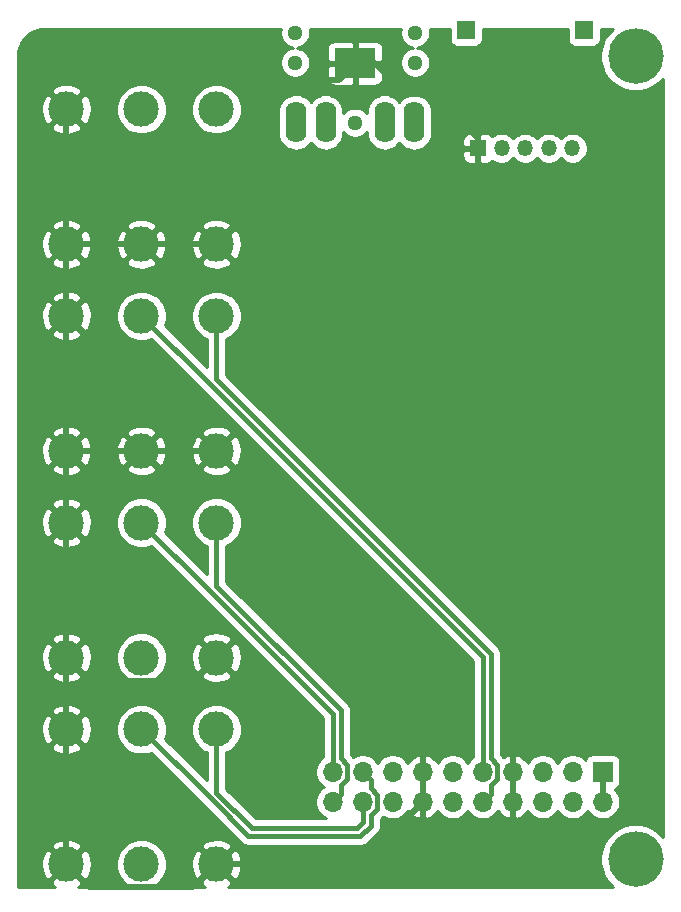
<source format=gbr>
G04 #@! TF.GenerationSoftware,KiCad,Pcbnew,5.1.7-a382d34a8~88~ubuntu18.04.1*
G04 #@! TF.CreationDate,2021-03-11T03:59:41+01:00*
G04 #@! TF.ProjectId,ZynAudioCon,5a796e41-7564-4696-9f43-6f6e2e6b6963,rev?*
G04 #@! TF.SameCoordinates,Original*
G04 #@! TF.FileFunction,Copper,L1,Top*
G04 #@! TF.FilePolarity,Positive*
%FSLAX46Y46*%
G04 Gerber Fmt 4.6, Leading zero omitted, Abs format (unit mm)*
G04 Created by KiCad (PCBNEW 5.1.7-a382d34a8~88~ubuntu18.04.1) date 2021-03-11 03:59:41*
%MOMM*%
%LPD*%
G01*
G04 APERTURE LIST*
G04 #@! TA.AperFunction,ComponentPad*
%ADD10O,1.750000X3.500000*%
G04 #@! TD*
G04 #@! TA.AperFunction,ComponentPad*
%ADD11R,3.500000X2.500000*%
G04 #@! TD*
G04 #@! TA.AperFunction,ComponentPad*
%ADD12C,1.280000*%
G04 #@! TD*
G04 #@! TA.AperFunction,ComponentPad*
%ADD13R,1.524000X1.524000*%
G04 #@! TD*
G04 #@! TA.AperFunction,ComponentPad*
%ADD14R,1.350000X1.350000*%
G04 #@! TD*
G04 #@! TA.AperFunction,ComponentPad*
%ADD15O,1.350000X1.350000*%
G04 #@! TD*
G04 #@! TA.AperFunction,ComponentPad*
%ADD16C,4.700000*%
G04 #@! TD*
G04 #@! TA.AperFunction,ComponentPad*
%ADD17O,1.700000X1.700000*%
G04 #@! TD*
G04 #@! TA.AperFunction,ComponentPad*
%ADD18R,1.700000X1.700000*%
G04 #@! TD*
G04 #@! TA.AperFunction,ComponentPad*
%ADD19C,3.000000*%
G04 #@! TD*
G04 #@! TA.AperFunction,Conductor*
%ADD20C,0.400000*%
G04 #@! TD*
G04 #@! TA.AperFunction,Conductor*
%ADD21C,0.500000*%
G04 #@! TD*
G04 #@! TA.AperFunction,Conductor*
%ADD22C,0.254000*%
G04 #@! TD*
G04 #@! TA.AperFunction,Conductor*
%ADD23C,0.100000*%
G04 #@! TD*
G04 APERTURE END LIST*
D10*
G04 #@! TO.P,PHONE1,RN*
G04 #@! TO.N,Net-(PHONE1-PadRN)*
X87900000Y-57508000D03*
G04 #@! TO.P,PHONE1,TN*
G04 #@! TO.N,Net-(PHONE1-PadTN)*
X82900000Y-57508000D03*
G04 #@! TO.P,PHONE1,T*
G04 #@! TO.N,PHONE-R*
X80400000Y-57508000D03*
D11*
G04 #@! TO.P,PHONE1,S*
G04 #@! TO.N,GND*
X85400000Y-52502000D03*
D10*
G04 #@! TO.P,PHONE1,R*
G04 #@! TO.N,PHONE-L*
X90400000Y-57508000D03*
D12*
G04 #@! TO.P,PHONE1,*
G04 #@! TO.N,*
X90480000Y-49907000D03*
X90480000Y-52447000D03*
X80320000Y-49907000D03*
X80320000Y-52447000D03*
X85400000Y-57527000D03*
G04 #@! TD*
D13*
G04 #@! TO.P,RV1,M2*
G04 #@! TO.N,N/C*
X104800000Y-49700000D03*
G04 #@! TO.P,RV1,M1*
X94800000Y-49700000D03*
D14*
G04 #@! TO.P,RV1,3*
G04 #@! TO.N,GND*
X95800000Y-59700000D03*
D15*
G04 #@! TO.P,RV1,1*
G04 #@! TO.N,NOUTR+*
X97800000Y-59700000D03*
G04 #@! TO.P,RV1,4*
G04 #@! TO.N,NOUTL+*
X99800000Y-59700000D03*
G04 #@! TO.P,RV1,5*
G04 #@! TO.N,PHONE-L*
X101800000Y-59700000D03*
G04 #@! TO.P,RV1,2*
G04 #@! TO.N,PHONE-R*
X103800000Y-59700000D03*
G04 #@! TD*
D16*
G04 #@! TO.P,REF\u002A\u002A,1*
G04 #@! TO.N,N/C*
X109160000Y-51890000D03*
G04 #@! TD*
G04 #@! TO.P,REF\u002A\u002A,1*
G04 #@! TO.N,N/C*
X109160000Y-119890000D03*
G04 #@! TD*
D17*
G04 #@! TO.P,J1,20*
G04 #@! TO.N,OUTL-*
X83500000Y-115030000D03*
G04 #@! TO.P,J1,19*
G04 #@! TO.N,OUTL+*
X83500000Y-112490000D03*
G04 #@! TO.P,J1,18*
G04 #@! TO.N,OUTR-*
X86040000Y-115030000D03*
G04 #@! TO.P,J1,17*
G04 #@! TO.N,OUTR+*
X86040000Y-112490000D03*
G04 #@! TO.P,J1,16*
G04 #@! TO.N,Net-(J1-Pad16)*
X88580000Y-115030000D03*
G04 #@! TO.P,J1,15*
G04 #@! TO.N,Net-(J1-Pad15)*
X88580000Y-112490000D03*
G04 #@! TO.P,J1,14*
G04 #@! TO.N,GND*
X91120000Y-115030000D03*
G04 #@! TO.P,J1,13*
X91120000Y-112490000D03*
G04 #@! TO.P,J1,12*
G04 #@! TO.N,INL-*
X93660000Y-115030000D03*
G04 #@! TO.P,J1,11*
G04 #@! TO.N,INL+*
X93660000Y-112490000D03*
G04 #@! TO.P,J1,10*
G04 #@! TO.N,INR-*
X96200000Y-115030000D03*
G04 #@! TO.P,J1,9*
G04 #@! TO.N,INR+*
X96200000Y-112490000D03*
G04 #@! TO.P,J1,8*
G04 #@! TO.N,GND*
X98740000Y-115030000D03*
G04 #@! TO.P,J1,7*
X98740000Y-112490000D03*
G04 #@! TO.P,J1,6*
G04 #@! TO.N,Net-(J1-Pad6)*
X101280000Y-115030000D03*
G04 #@! TO.P,J1,5*
G04 #@! TO.N,Net-(J1-Pad5)*
X101280000Y-112490000D03*
G04 #@! TO.P,J1,4*
G04 #@! TO.N,Net-(J1-Pad4)*
X103820000Y-115030000D03*
G04 #@! TO.P,J1,3*
G04 #@! TO.N,Net-(J1-Pad3)*
X103820000Y-112490000D03*
G04 #@! TO.P,J1,2*
G04 #@! TO.N,+5V*
X106360000Y-115030000D03*
D18*
G04 #@! TO.P,J1,1*
X106360000Y-112490000D03*
G04 #@! TD*
D19*
G04 #@! TO.P,AudioIN-1,T*
G04 #@! TO.N,INR-*
X73660000Y-73890000D03*
G04 #@! TO.P,AudioIN-1,S*
G04 #@! TO.N,GND*
X60960000Y-73890000D03*
G04 #@! TO.P,AudioIN-1,SN*
X60960000Y-85320000D03*
G04 #@! TO.P,AudioIN-1,TN*
X73660000Y-85320000D03*
G04 #@! TO.P,AudioIN-1,R*
G04 #@! TO.N,INR+*
X67310000Y-73890000D03*
G04 #@! TO.P,AudioIN-1,RN*
G04 #@! TO.N,GND*
X67310000Y-85320000D03*
G04 #@! TD*
G04 #@! TO.P,AudioIN-2,RN*
G04 #@! TO.N,GND*
X67310000Y-67820000D03*
G04 #@! TO.P,AudioIN-2,R*
G04 #@! TO.N,INL+*
X67310000Y-56390000D03*
G04 #@! TO.P,AudioIN-2,TN*
G04 #@! TO.N,GND*
X73660000Y-67820000D03*
G04 #@! TO.P,AudioIN-2,SN*
X60960000Y-67820000D03*
G04 #@! TO.P,AudioIN-2,S*
X60960000Y-56390000D03*
G04 #@! TO.P,AudioIN-2,T*
G04 #@! TO.N,INL-*
X73660000Y-56390000D03*
G04 #@! TD*
G04 #@! TO.P,AudioOUT-1,RN*
G04 #@! TO.N,NOUTR+*
X67310000Y-120320000D03*
G04 #@! TO.P,AudioOUT-1,R*
G04 #@! TO.N,OUTR+*
X67310000Y-108890000D03*
G04 #@! TO.P,AudioOUT-1,TN*
G04 #@! TO.N,GND*
X73660000Y-120320000D03*
G04 #@! TO.P,AudioOUT-1,SN*
X60960000Y-120320000D03*
G04 #@! TO.P,AudioOUT-1,S*
X60960000Y-108890000D03*
G04 #@! TO.P,AudioOUT-1,T*
G04 #@! TO.N,OUTR-*
X73660000Y-108890000D03*
G04 #@! TD*
G04 #@! TO.P,AudioOUT-2,RN*
G04 #@! TO.N,NOUTL+*
X67310000Y-102820000D03*
G04 #@! TO.P,AudioOUT-2,R*
G04 #@! TO.N,OUTL+*
X67310000Y-91390000D03*
G04 #@! TO.P,AudioOUT-2,TN*
G04 #@! TO.N,GND*
X73660000Y-102820000D03*
G04 #@! TO.P,AudioOUT-2,SN*
X60960000Y-102820000D03*
G04 #@! TO.P,AudioOUT-2,S*
X60960000Y-91390000D03*
G04 #@! TO.P,AudioOUT-2,T*
G04 #@! TO.N,OUTL-*
X73660000Y-91390000D03*
G04 #@! TD*
D20*
G04 #@! TO.N,INR+*
X96200000Y-102780000D02*
X73165026Y-79745026D01*
X73165026Y-79745026D02*
X67310000Y-73890000D01*
X96200000Y-112490000D02*
X96200000Y-102780000D01*
D21*
G04 #@! TO.N,GND*
X71709999Y-122270001D02*
X73660000Y-120320000D01*
X62910001Y-122270001D02*
X71709999Y-122270001D01*
X60960000Y-120320000D02*
X62910001Y-122270001D01*
X60960000Y-108890000D02*
X60960000Y-120320000D01*
X60960000Y-91390000D02*
X60960000Y-102820000D01*
X60960000Y-73890000D02*
X60960000Y-85320000D01*
X60960000Y-56390000D02*
X60960000Y-67820000D01*
X60960000Y-67820000D02*
X67310000Y-67820000D01*
X67310000Y-67820000D02*
X73660000Y-67820000D01*
X60960000Y-85320000D02*
X67310000Y-85320000D01*
X67310000Y-85320000D02*
X73660000Y-85320000D01*
X60960000Y-102820000D02*
X60960000Y-108890000D01*
X71709999Y-104770001D02*
X73660000Y-102820000D01*
X62910001Y-104770001D02*
X71709999Y-104770001D01*
X60960000Y-102820000D02*
X62910001Y-104770001D01*
X85830000Y-120320000D02*
X73660000Y-120320000D01*
X91120000Y-115030000D02*
X85830000Y-120320000D01*
X91120000Y-115030000D02*
X91120000Y-112490000D01*
X98740000Y-115030000D02*
X98740000Y-112490000D01*
X60960000Y-85320000D02*
X60960000Y-91390000D01*
X60960000Y-67820000D02*
X60960000Y-73890000D01*
X95800000Y-59700000D02*
X95800000Y-58800000D01*
X95800000Y-58800000D02*
X92100000Y-55100000D01*
X92100000Y-55100000D02*
X89700000Y-55100000D01*
X87102000Y-52502000D02*
X85400000Y-52502000D01*
X89700000Y-55100000D02*
X87102000Y-52502000D01*
X84004999Y-53897001D02*
X85400000Y-52502000D01*
X75610001Y-58189999D02*
X79902999Y-53897001D01*
X75610001Y-65869999D02*
X75610001Y-58189999D01*
X79902999Y-53897001D02*
X84004999Y-53897001D01*
X73660000Y-67820000D02*
X75610001Y-65869999D01*
D20*
G04 #@! TO.N,INR-*
X96900000Y-102490050D02*
X73660000Y-79250050D01*
X96900000Y-111339998D02*
X96900000Y-102490050D01*
X97450001Y-111889999D02*
X96900000Y-111339998D01*
X97450001Y-113090001D02*
X97450001Y-111889999D01*
X73660000Y-79250050D02*
X73660000Y-73890000D01*
X96200000Y-115030000D02*
X96900000Y-114330000D01*
X96900000Y-114330000D02*
X96900000Y-113640002D01*
X96900000Y-113640002D02*
X97450001Y-113090001D01*
G04 #@! TO.N,OUTR+*
X86740000Y-113190000D02*
X86740000Y-113879998D01*
X86040000Y-112490000D02*
X86740000Y-113190000D01*
X86740000Y-113879998D02*
X87290001Y-114429999D01*
X87290001Y-114429999D02*
X87290001Y-115630001D01*
X87290001Y-115630001D02*
X86740000Y-116180002D01*
X86740000Y-116180002D02*
X86740000Y-117054976D01*
X86740000Y-117054976D02*
X85844976Y-117950000D01*
X73165026Y-114745026D02*
X67310000Y-108890000D01*
X85844976Y-117950000D02*
X76370000Y-117950000D01*
X76370000Y-117950000D02*
X73165026Y-114745026D01*
G04 #@! TO.N,OUTR-*
X86040000Y-115030000D02*
X86040000Y-116765024D01*
X86040000Y-116765024D02*
X85555024Y-117250000D01*
X73660000Y-114250050D02*
X73660000Y-108890000D01*
X76659950Y-117250000D02*
X73660000Y-114250050D01*
X85555024Y-117250000D02*
X76659950Y-117250000D01*
G04 #@! TO.N,OUTL-*
X84200000Y-107290050D02*
X73660000Y-96750050D01*
X84200000Y-111339998D02*
X84200000Y-107290050D01*
X84750001Y-111889999D02*
X84200000Y-111339998D01*
X84750001Y-113090001D02*
X84750001Y-111889999D01*
X73660000Y-96750050D02*
X73660000Y-91390000D01*
X83500000Y-115030000D02*
X84200000Y-114330000D01*
X84200000Y-114330000D02*
X84200000Y-113640002D01*
X84200000Y-113640002D02*
X84750001Y-113090001D01*
G04 #@! TO.N,OUTL+*
X83500000Y-107580000D02*
X73165026Y-97245026D01*
X83500000Y-112490000D02*
X83500000Y-107580000D01*
X73165026Y-97245026D02*
X67310000Y-91390000D01*
D21*
G04 #@! TO.N,+5V*
X106360000Y-115030000D02*
X106360000Y-112490000D01*
G04 #@! TD*
D22*
G04 #@! TO.N,GND*
X59126353Y-49575000D02*
X79086061Y-49575000D01*
X79045000Y-49781423D01*
X79045000Y-50032577D01*
X79093998Y-50278904D01*
X79190110Y-50510939D01*
X79329643Y-50719765D01*
X79507235Y-50897357D01*
X79716061Y-51036890D01*
X79948096Y-51133002D01*
X80169287Y-51177000D01*
X79948096Y-51220998D01*
X79716061Y-51317110D01*
X79507235Y-51456643D01*
X79329643Y-51634235D01*
X79190110Y-51843061D01*
X79093998Y-52075096D01*
X79045000Y-52321423D01*
X79045000Y-52572577D01*
X79093998Y-52818904D01*
X79190110Y-53050939D01*
X79329643Y-53259765D01*
X79507235Y-53437357D01*
X79716061Y-53576890D01*
X79948096Y-53673002D01*
X80194423Y-53722000D01*
X80445577Y-53722000D01*
X80691904Y-53673002D01*
X80923939Y-53576890D01*
X81132765Y-53437357D01*
X81310357Y-53259765D01*
X81449890Y-53050939D01*
X81546002Y-52818904D01*
X81595000Y-52572577D01*
X81595000Y-52321423D01*
X81546002Y-52075096D01*
X81449890Y-51843061D01*
X81310357Y-51634235D01*
X81132765Y-51456643D01*
X80923939Y-51317110D01*
X80766750Y-51252000D01*
X83011928Y-51252000D01*
X83015000Y-52216250D01*
X83173750Y-52375000D01*
X85273000Y-52375000D01*
X85273000Y-50775750D01*
X85527000Y-50775750D01*
X85527000Y-52375000D01*
X87626250Y-52375000D01*
X87785000Y-52216250D01*
X87788072Y-51252000D01*
X87775812Y-51127518D01*
X87739502Y-51007820D01*
X87680537Y-50897506D01*
X87601185Y-50800815D01*
X87504494Y-50721463D01*
X87394180Y-50662498D01*
X87274482Y-50626188D01*
X87150000Y-50613928D01*
X85685750Y-50617000D01*
X85527000Y-50775750D01*
X85273000Y-50775750D01*
X85114250Y-50617000D01*
X83650000Y-50613928D01*
X83525518Y-50626188D01*
X83405820Y-50662498D01*
X83295506Y-50721463D01*
X83198815Y-50800815D01*
X83119463Y-50897506D01*
X83060498Y-51007820D01*
X83024188Y-51127518D01*
X83011928Y-51252000D01*
X80766750Y-51252000D01*
X80691904Y-51220998D01*
X80470713Y-51177000D01*
X80691904Y-51133002D01*
X80923939Y-51036890D01*
X81132765Y-50897357D01*
X81310357Y-50719765D01*
X81449890Y-50510939D01*
X81546002Y-50278904D01*
X81595000Y-50032577D01*
X81595000Y-49781423D01*
X81553939Y-49575000D01*
X89246061Y-49575000D01*
X89205000Y-49781423D01*
X89205000Y-50032577D01*
X89253998Y-50278904D01*
X89350110Y-50510939D01*
X89489643Y-50719765D01*
X89667235Y-50897357D01*
X89876061Y-51036890D01*
X90108096Y-51133002D01*
X90329287Y-51177000D01*
X90108096Y-51220998D01*
X89876061Y-51317110D01*
X89667235Y-51456643D01*
X89489643Y-51634235D01*
X89350110Y-51843061D01*
X89253998Y-52075096D01*
X89205000Y-52321423D01*
X89205000Y-52572577D01*
X89253998Y-52818904D01*
X89350110Y-53050939D01*
X89489643Y-53259765D01*
X89667235Y-53437357D01*
X89876061Y-53576890D01*
X90108096Y-53673002D01*
X90354423Y-53722000D01*
X90605577Y-53722000D01*
X90851904Y-53673002D01*
X91083939Y-53576890D01*
X91292765Y-53437357D01*
X91470357Y-53259765D01*
X91609890Y-53050939D01*
X91706002Y-52818904D01*
X91755000Y-52572577D01*
X91755000Y-52321423D01*
X91706002Y-52075096D01*
X91609890Y-51843061D01*
X91470357Y-51634235D01*
X91292765Y-51456643D01*
X91083939Y-51317110D01*
X90851904Y-51220998D01*
X90630713Y-51177000D01*
X90851904Y-51133002D01*
X91083939Y-51036890D01*
X91292765Y-50897357D01*
X91470357Y-50719765D01*
X91609890Y-50510939D01*
X91706002Y-50278904D01*
X91755000Y-50032577D01*
X91755000Y-49781423D01*
X91713939Y-49575000D01*
X93399928Y-49575000D01*
X93399928Y-50462000D01*
X93412188Y-50586482D01*
X93448498Y-50706180D01*
X93507463Y-50816494D01*
X93586815Y-50913185D01*
X93683506Y-50992537D01*
X93793820Y-51051502D01*
X93913518Y-51087812D01*
X94038000Y-51100072D01*
X95562000Y-51100072D01*
X95686482Y-51087812D01*
X95806180Y-51051502D01*
X95916494Y-50992537D01*
X96013185Y-50913185D01*
X96092537Y-50816494D01*
X96151502Y-50706180D01*
X96187812Y-50586482D01*
X96200072Y-50462000D01*
X96200072Y-49575000D01*
X103399928Y-49575000D01*
X103399928Y-50462000D01*
X103412188Y-50586482D01*
X103448498Y-50706180D01*
X103507463Y-50816494D01*
X103586815Y-50913185D01*
X103683506Y-50992537D01*
X103793820Y-51051502D01*
X103913518Y-51087812D01*
X104038000Y-51100072D01*
X105562000Y-51100072D01*
X105686482Y-51087812D01*
X105806180Y-51051502D01*
X105916494Y-50992537D01*
X106013185Y-50913185D01*
X106092537Y-50816494D01*
X106151502Y-50706180D01*
X106187812Y-50586482D01*
X106200072Y-50462000D01*
X106200072Y-49575000D01*
X107253573Y-49575000D01*
X106841399Y-49987174D01*
X106514727Y-50476072D01*
X106289712Y-51019308D01*
X106175000Y-51596003D01*
X106175000Y-52183997D01*
X106289712Y-52760692D01*
X106514727Y-53303928D01*
X106841399Y-53792826D01*
X107257174Y-54208601D01*
X107746072Y-54535273D01*
X108289308Y-54760288D01*
X108866003Y-54875000D01*
X109453997Y-54875000D01*
X110030692Y-54760288D01*
X110573928Y-54535273D01*
X111062826Y-54208601D01*
X111475000Y-53796427D01*
X111475001Y-117983574D01*
X111062826Y-117571399D01*
X110573928Y-117244727D01*
X110030692Y-117019712D01*
X109453997Y-116905000D01*
X108866003Y-116905000D01*
X108289308Y-117019712D01*
X107746072Y-117244727D01*
X107257174Y-117571399D01*
X106841399Y-117987174D01*
X106514727Y-118476072D01*
X106289712Y-119019308D01*
X106175000Y-119596003D01*
X106175000Y-120183997D01*
X106289712Y-120760692D01*
X106514727Y-121303928D01*
X106841399Y-121792826D01*
X107253573Y-122205000D01*
X74670509Y-122205000D01*
X74816038Y-122127214D01*
X74972048Y-121811653D01*
X73660000Y-120499605D01*
X72347952Y-121811653D01*
X72503962Y-122127214D01*
X72656750Y-122205000D01*
X68331796Y-122205000D01*
X68670983Y-121978363D01*
X68968363Y-121680983D01*
X69202012Y-121331302D01*
X69362953Y-120942756D01*
X69445000Y-120530279D01*
X69445000Y-120362824D01*
X71515098Y-120362824D01*
X71564666Y-120780451D01*
X71694757Y-121180383D01*
X71852786Y-121476038D01*
X72168347Y-121632048D01*
X73480395Y-120320000D01*
X73839605Y-120320000D01*
X75151653Y-121632048D01*
X75467214Y-121476038D01*
X75658020Y-121101255D01*
X75772044Y-120696449D01*
X75804902Y-120277176D01*
X75755334Y-119859549D01*
X75625243Y-119459617D01*
X75467214Y-119163962D01*
X75151653Y-119007952D01*
X73839605Y-120320000D01*
X73480395Y-120320000D01*
X72168347Y-119007952D01*
X71852786Y-119163962D01*
X71661980Y-119538745D01*
X71547956Y-119943551D01*
X71515098Y-120362824D01*
X69445000Y-120362824D01*
X69445000Y-120109721D01*
X69362953Y-119697244D01*
X69202012Y-119308698D01*
X68968363Y-118959017D01*
X68837693Y-118828347D01*
X72347952Y-118828347D01*
X73660000Y-120140395D01*
X74972048Y-118828347D01*
X74816038Y-118512786D01*
X74441255Y-118321980D01*
X74036449Y-118207956D01*
X73617176Y-118175098D01*
X73199549Y-118224666D01*
X72799617Y-118354757D01*
X72503962Y-118512786D01*
X72347952Y-118828347D01*
X68837693Y-118828347D01*
X68670983Y-118661637D01*
X68321302Y-118427988D01*
X67932756Y-118267047D01*
X67520279Y-118185000D01*
X67099721Y-118185000D01*
X66687244Y-118267047D01*
X66298698Y-118427988D01*
X65949017Y-118661637D01*
X65651637Y-118959017D01*
X65417988Y-119308698D01*
X65257047Y-119697244D01*
X65175000Y-120109721D01*
X65175000Y-120530279D01*
X65257047Y-120942756D01*
X65417988Y-121331302D01*
X65651637Y-121680983D01*
X65949017Y-121978363D01*
X66288204Y-122205000D01*
X61970509Y-122205000D01*
X62116038Y-122127214D01*
X62272048Y-121811653D01*
X60960000Y-120499605D01*
X59647952Y-121811653D01*
X59803962Y-122127214D01*
X59956750Y-122205000D01*
X56845000Y-122205000D01*
X56845000Y-120362824D01*
X58815098Y-120362824D01*
X58864666Y-120780451D01*
X58994757Y-121180383D01*
X59152786Y-121476038D01*
X59468347Y-121632048D01*
X60780395Y-120320000D01*
X61139605Y-120320000D01*
X62451653Y-121632048D01*
X62767214Y-121476038D01*
X62958020Y-121101255D01*
X63072044Y-120696449D01*
X63104902Y-120277176D01*
X63055334Y-119859549D01*
X62925243Y-119459617D01*
X62767214Y-119163962D01*
X62451653Y-119007952D01*
X61139605Y-120320000D01*
X60780395Y-120320000D01*
X59468347Y-119007952D01*
X59152786Y-119163962D01*
X58961980Y-119538745D01*
X58847956Y-119943551D01*
X58815098Y-120362824D01*
X56845000Y-120362824D01*
X56845000Y-118828347D01*
X59647952Y-118828347D01*
X60960000Y-120140395D01*
X62272048Y-118828347D01*
X62116038Y-118512786D01*
X61741255Y-118321980D01*
X61336449Y-118207956D01*
X60917176Y-118175098D01*
X60499549Y-118224666D01*
X60099617Y-118354757D01*
X59803962Y-118512786D01*
X59647952Y-118828347D01*
X56845000Y-118828347D01*
X56845000Y-110381653D01*
X59647952Y-110381653D01*
X59803962Y-110697214D01*
X60178745Y-110888020D01*
X60583551Y-111002044D01*
X61002824Y-111034902D01*
X61420451Y-110985334D01*
X61820383Y-110855243D01*
X62116038Y-110697214D01*
X62272048Y-110381653D01*
X60960000Y-109069605D01*
X59647952Y-110381653D01*
X56845000Y-110381653D01*
X56845000Y-108932824D01*
X58815098Y-108932824D01*
X58864666Y-109350451D01*
X58994757Y-109750383D01*
X59152786Y-110046038D01*
X59468347Y-110202048D01*
X60780395Y-108890000D01*
X61139605Y-108890000D01*
X62451653Y-110202048D01*
X62767214Y-110046038D01*
X62958020Y-109671255D01*
X63072044Y-109266449D01*
X63104902Y-108847176D01*
X63055334Y-108429549D01*
X62925243Y-108029617D01*
X62767214Y-107733962D01*
X62451653Y-107577952D01*
X61139605Y-108890000D01*
X60780395Y-108890000D01*
X59468347Y-107577952D01*
X59152786Y-107733962D01*
X58961980Y-108108745D01*
X58847956Y-108513551D01*
X58815098Y-108932824D01*
X56845000Y-108932824D01*
X56845000Y-107398347D01*
X59647952Y-107398347D01*
X60960000Y-108710395D01*
X62272048Y-107398347D01*
X62116038Y-107082786D01*
X61741255Y-106891980D01*
X61336449Y-106777956D01*
X60917176Y-106745098D01*
X60499549Y-106794666D01*
X60099617Y-106924757D01*
X59803962Y-107082786D01*
X59647952Y-107398347D01*
X56845000Y-107398347D01*
X56845000Y-104311653D01*
X59647952Y-104311653D01*
X59803962Y-104627214D01*
X60178745Y-104818020D01*
X60583551Y-104932044D01*
X61002824Y-104964902D01*
X61420451Y-104915334D01*
X61820383Y-104785243D01*
X62116038Y-104627214D01*
X62272048Y-104311653D01*
X60960000Y-102999605D01*
X59647952Y-104311653D01*
X56845000Y-104311653D01*
X56845000Y-102862824D01*
X58815098Y-102862824D01*
X58864666Y-103280451D01*
X58994757Y-103680383D01*
X59152786Y-103976038D01*
X59468347Y-104132048D01*
X60780395Y-102820000D01*
X61139605Y-102820000D01*
X62451653Y-104132048D01*
X62767214Y-103976038D01*
X62958020Y-103601255D01*
X63072044Y-103196449D01*
X63104902Y-102777176D01*
X63085027Y-102609721D01*
X65175000Y-102609721D01*
X65175000Y-103030279D01*
X65257047Y-103442756D01*
X65417988Y-103831302D01*
X65651637Y-104180983D01*
X65949017Y-104478363D01*
X66298698Y-104712012D01*
X66687244Y-104872953D01*
X67099721Y-104955000D01*
X67520279Y-104955000D01*
X67932756Y-104872953D01*
X68321302Y-104712012D01*
X68670983Y-104478363D01*
X68837693Y-104311653D01*
X72347952Y-104311653D01*
X72503962Y-104627214D01*
X72878745Y-104818020D01*
X73283551Y-104932044D01*
X73702824Y-104964902D01*
X74120451Y-104915334D01*
X74520383Y-104785243D01*
X74816038Y-104627214D01*
X74972048Y-104311653D01*
X73660000Y-102999605D01*
X72347952Y-104311653D01*
X68837693Y-104311653D01*
X68968363Y-104180983D01*
X69202012Y-103831302D01*
X69362953Y-103442756D01*
X69445000Y-103030279D01*
X69445000Y-102862824D01*
X71515098Y-102862824D01*
X71564666Y-103280451D01*
X71694757Y-103680383D01*
X71852786Y-103976038D01*
X72168347Y-104132048D01*
X73480395Y-102820000D01*
X73839605Y-102820000D01*
X75151653Y-104132048D01*
X75467214Y-103976038D01*
X75658020Y-103601255D01*
X75772044Y-103196449D01*
X75804902Y-102777176D01*
X75755334Y-102359549D01*
X75625243Y-101959617D01*
X75467214Y-101663962D01*
X75151653Y-101507952D01*
X73839605Y-102820000D01*
X73480395Y-102820000D01*
X72168347Y-101507952D01*
X71852786Y-101663962D01*
X71661980Y-102038745D01*
X71547956Y-102443551D01*
X71515098Y-102862824D01*
X69445000Y-102862824D01*
X69445000Y-102609721D01*
X69362953Y-102197244D01*
X69202012Y-101808698D01*
X68968363Y-101459017D01*
X68837693Y-101328347D01*
X72347952Y-101328347D01*
X73660000Y-102640395D01*
X74972048Y-101328347D01*
X74816038Y-101012786D01*
X74441255Y-100821980D01*
X74036449Y-100707956D01*
X73617176Y-100675098D01*
X73199549Y-100724666D01*
X72799617Y-100854757D01*
X72503962Y-101012786D01*
X72347952Y-101328347D01*
X68837693Y-101328347D01*
X68670983Y-101161637D01*
X68321302Y-100927988D01*
X67932756Y-100767047D01*
X67520279Y-100685000D01*
X67099721Y-100685000D01*
X66687244Y-100767047D01*
X66298698Y-100927988D01*
X65949017Y-101161637D01*
X65651637Y-101459017D01*
X65417988Y-101808698D01*
X65257047Y-102197244D01*
X65175000Y-102609721D01*
X63085027Y-102609721D01*
X63055334Y-102359549D01*
X62925243Y-101959617D01*
X62767214Y-101663962D01*
X62451653Y-101507952D01*
X61139605Y-102820000D01*
X60780395Y-102820000D01*
X59468347Y-101507952D01*
X59152786Y-101663962D01*
X58961980Y-102038745D01*
X58847956Y-102443551D01*
X58815098Y-102862824D01*
X56845000Y-102862824D01*
X56845000Y-101328347D01*
X59647952Y-101328347D01*
X60960000Y-102640395D01*
X62272048Y-101328347D01*
X62116038Y-101012786D01*
X61741255Y-100821980D01*
X61336449Y-100707956D01*
X60917176Y-100675098D01*
X60499549Y-100724666D01*
X60099617Y-100854757D01*
X59803962Y-101012786D01*
X59647952Y-101328347D01*
X56845000Y-101328347D01*
X56845000Y-92881653D01*
X59647952Y-92881653D01*
X59803962Y-93197214D01*
X60178745Y-93388020D01*
X60583551Y-93502044D01*
X61002824Y-93534902D01*
X61420451Y-93485334D01*
X61820383Y-93355243D01*
X62116038Y-93197214D01*
X62272048Y-92881653D01*
X60960000Y-91569605D01*
X59647952Y-92881653D01*
X56845000Y-92881653D01*
X56845000Y-91432824D01*
X58815098Y-91432824D01*
X58864666Y-91850451D01*
X58994757Y-92250383D01*
X59152786Y-92546038D01*
X59468347Y-92702048D01*
X60780395Y-91390000D01*
X61139605Y-91390000D01*
X62451653Y-92702048D01*
X62767214Y-92546038D01*
X62958020Y-92171255D01*
X63072044Y-91766449D01*
X63104902Y-91347176D01*
X63085027Y-91179721D01*
X65175000Y-91179721D01*
X65175000Y-91600279D01*
X65257047Y-92012756D01*
X65417988Y-92401302D01*
X65651637Y-92750983D01*
X65949017Y-93048363D01*
X66298698Y-93282012D01*
X66687244Y-93442953D01*
X67099721Y-93525000D01*
X67520279Y-93525000D01*
X67932756Y-93442953D01*
X68109059Y-93369926D01*
X72603596Y-97864464D01*
X72603602Y-97864469D01*
X82665001Y-107925869D01*
X82665000Y-111261935D01*
X82553368Y-111336525D01*
X82346525Y-111543368D01*
X82184010Y-111786589D01*
X82072068Y-112056842D01*
X82015000Y-112343740D01*
X82015000Y-112636260D01*
X82072068Y-112923158D01*
X82184010Y-113193411D01*
X82346525Y-113436632D01*
X82553368Y-113643475D01*
X82727760Y-113760000D01*
X82553368Y-113876525D01*
X82346525Y-114083368D01*
X82184010Y-114326589D01*
X82072068Y-114596842D01*
X82015000Y-114883740D01*
X82015000Y-115176260D01*
X82072068Y-115463158D01*
X82184010Y-115733411D01*
X82346525Y-115976632D01*
X82553368Y-116183475D01*
X82796589Y-116345990D01*
X82963195Y-116415000D01*
X77005818Y-116415000D01*
X74495000Y-113904183D01*
X74495000Y-110855039D01*
X74671302Y-110782012D01*
X75020983Y-110548363D01*
X75318363Y-110250983D01*
X75552012Y-109901302D01*
X75712953Y-109512756D01*
X75795000Y-109100279D01*
X75795000Y-108679721D01*
X75712953Y-108267244D01*
X75552012Y-107878698D01*
X75318363Y-107529017D01*
X75020983Y-107231637D01*
X74671302Y-106997988D01*
X74282756Y-106837047D01*
X73870279Y-106755000D01*
X73449721Y-106755000D01*
X73037244Y-106837047D01*
X72648698Y-106997988D01*
X72299017Y-107231637D01*
X72001637Y-107529017D01*
X71767988Y-107878698D01*
X71607047Y-108267244D01*
X71525000Y-108679721D01*
X71525000Y-109100279D01*
X71607047Y-109512756D01*
X71767988Y-109901302D01*
X72001637Y-110250983D01*
X72299017Y-110548363D01*
X72648698Y-110782012D01*
X72825001Y-110855039D01*
X72825000Y-113224132D01*
X69289926Y-109689059D01*
X69362953Y-109512756D01*
X69445000Y-109100279D01*
X69445000Y-108679721D01*
X69362953Y-108267244D01*
X69202012Y-107878698D01*
X68968363Y-107529017D01*
X68670983Y-107231637D01*
X68321302Y-106997988D01*
X67932756Y-106837047D01*
X67520279Y-106755000D01*
X67099721Y-106755000D01*
X66687244Y-106837047D01*
X66298698Y-106997988D01*
X65949017Y-107231637D01*
X65651637Y-107529017D01*
X65417988Y-107878698D01*
X65257047Y-108267244D01*
X65175000Y-108679721D01*
X65175000Y-109100279D01*
X65257047Y-109512756D01*
X65417988Y-109901302D01*
X65651637Y-110250983D01*
X65949017Y-110548363D01*
X66298698Y-110782012D01*
X66687244Y-110942953D01*
X67099721Y-111025000D01*
X67520279Y-111025000D01*
X67932756Y-110942953D01*
X68109059Y-110869926D01*
X72603596Y-115364464D01*
X72603601Y-115364468D01*
X75750563Y-118511432D01*
X75776709Y-118543291D01*
X75903854Y-118647636D01*
X76048913Y-118725172D01*
X76206311Y-118772918D01*
X76328981Y-118785000D01*
X76328982Y-118785000D01*
X76370000Y-118789040D01*
X76411018Y-118785000D01*
X85803958Y-118785000D01*
X85844976Y-118789040D01*
X85885994Y-118785000D01*
X85885995Y-118785000D01*
X86008665Y-118772918D01*
X86166063Y-118725172D01*
X86311122Y-118647636D01*
X86438267Y-118543291D01*
X86464422Y-118511421D01*
X87301426Y-117674418D01*
X87333291Y-117648267D01*
X87437636Y-117521122D01*
X87515172Y-117376063D01*
X87562918Y-117218665D01*
X87575000Y-117095995D01*
X87579040Y-117054977D01*
X87575000Y-117013958D01*
X87575000Y-116525869D01*
X87803630Y-116297240D01*
X87876589Y-116345990D01*
X88146842Y-116457932D01*
X88433740Y-116515000D01*
X88726260Y-116515000D01*
X89013158Y-116457932D01*
X89283411Y-116345990D01*
X89526632Y-116183475D01*
X89733475Y-115976632D01*
X89855195Y-115794466D01*
X89924822Y-115911355D01*
X90119731Y-116127588D01*
X90353080Y-116301641D01*
X90615901Y-116426825D01*
X90763110Y-116471476D01*
X90993000Y-116350155D01*
X90993000Y-115157000D01*
X90973000Y-115157000D01*
X90973000Y-114903000D01*
X90993000Y-114903000D01*
X90993000Y-112617000D01*
X90973000Y-112617000D01*
X90973000Y-112363000D01*
X90993000Y-112363000D01*
X90993000Y-111169845D01*
X90763110Y-111048524D01*
X90615901Y-111093175D01*
X90353080Y-111218359D01*
X90119731Y-111392412D01*
X89924822Y-111608645D01*
X89855195Y-111725534D01*
X89733475Y-111543368D01*
X89526632Y-111336525D01*
X89283411Y-111174010D01*
X89013158Y-111062068D01*
X88726260Y-111005000D01*
X88433740Y-111005000D01*
X88146842Y-111062068D01*
X87876589Y-111174010D01*
X87633368Y-111336525D01*
X87426525Y-111543368D01*
X87310000Y-111717760D01*
X87193475Y-111543368D01*
X86986632Y-111336525D01*
X86743411Y-111174010D01*
X86473158Y-111062068D01*
X86186260Y-111005000D01*
X85893740Y-111005000D01*
X85606842Y-111062068D01*
X85336589Y-111174010D01*
X85263630Y-111222760D01*
X85035000Y-110994131D01*
X85035000Y-107331068D01*
X85039040Y-107290050D01*
X85022918Y-107126361D01*
X84975172Y-106968963D01*
X84897636Y-106823904D01*
X84819439Y-106728620D01*
X84819437Y-106728618D01*
X84793291Y-106696759D01*
X84761432Y-106670613D01*
X74495000Y-96404183D01*
X74495000Y-93355039D01*
X74671302Y-93282012D01*
X75020983Y-93048363D01*
X75318363Y-92750983D01*
X75552012Y-92401302D01*
X75712953Y-92012756D01*
X75795000Y-91600279D01*
X75795000Y-91179721D01*
X75712953Y-90767244D01*
X75552012Y-90378698D01*
X75318363Y-90029017D01*
X75020983Y-89731637D01*
X74671302Y-89497988D01*
X74282756Y-89337047D01*
X73870279Y-89255000D01*
X73449721Y-89255000D01*
X73037244Y-89337047D01*
X72648698Y-89497988D01*
X72299017Y-89731637D01*
X72001637Y-90029017D01*
X71767988Y-90378698D01*
X71607047Y-90767244D01*
X71525000Y-91179721D01*
X71525000Y-91600279D01*
X71607047Y-92012756D01*
X71767988Y-92401302D01*
X72001637Y-92750983D01*
X72299017Y-93048363D01*
X72648698Y-93282012D01*
X72825001Y-93355039D01*
X72825000Y-95724132D01*
X69289926Y-92189059D01*
X69362953Y-92012756D01*
X69445000Y-91600279D01*
X69445000Y-91179721D01*
X69362953Y-90767244D01*
X69202012Y-90378698D01*
X68968363Y-90029017D01*
X68670983Y-89731637D01*
X68321302Y-89497988D01*
X67932756Y-89337047D01*
X67520279Y-89255000D01*
X67099721Y-89255000D01*
X66687244Y-89337047D01*
X66298698Y-89497988D01*
X65949017Y-89731637D01*
X65651637Y-90029017D01*
X65417988Y-90378698D01*
X65257047Y-90767244D01*
X65175000Y-91179721D01*
X63085027Y-91179721D01*
X63055334Y-90929549D01*
X62925243Y-90529617D01*
X62767214Y-90233962D01*
X62451653Y-90077952D01*
X61139605Y-91390000D01*
X60780395Y-91390000D01*
X59468347Y-90077952D01*
X59152786Y-90233962D01*
X58961980Y-90608745D01*
X58847956Y-91013551D01*
X58815098Y-91432824D01*
X56845000Y-91432824D01*
X56845000Y-89898347D01*
X59647952Y-89898347D01*
X60960000Y-91210395D01*
X62272048Y-89898347D01*
X62116038Y-89582786D01*
X61741255Y-89391980D01*
X61336449Y-89277956D01*
X60917176Y-89245098D01*
X60499549Y-89294666D01*
X60099617Y-89424757D01*
X59803962Y-89582786D01*
X59647952Y-89898347D01*
X56845000Y-89898347D01*
X56845000Y-86811653D01*
X59647952Y-86811653D01*
X59803962Y-87127214D01*
X60178745Y-87318020D01*
X60583551Y-87432044D01*
X61002824Y-87464902D01*
X61420451Y-87415334D01*
X61820383Y-87285243D01*
X62116038Y-87127214D01*
X62272048Y-86811653D01*
X65997952Y-86811653D01*
X66153962Y-87127214D01*
X66528745Y-87318020D01*
X66933551Y-87432044D01*
X67352824Y-87464902D01*
X67770451Y-87415334D01*
X68170383Y-87285243D01*
X68466038Y-87127214D01*
X68622048Y-86811653D01*
X72347952Y-86811653D01*
X72503962Y-87127214D01*
X72878745Y-87318020D01*
X73283551Y-87432044D01*
X73702824Y-87464902D01*
X74120451Y-87415334D01*
X74520383Y-87285243D01*
X74816038Y-87127214D01*
X74972048Y-86811653D01*
X73660000Y-85499605D01*
X72347952Y-86811653D01*
X68622048Y-86811653D01*
X67310000Y-85499605D01*
X65997952Y-86811653D01*
X62272048Y-86811653D01*
X60960000Y-85499605D01*
X59647952Y-86811653D01*
X56845000Y-86811653D01*
X56845000Y-85362824D01*
X58815098Y-85362824D01*
X58864666Y-85780451D01*
X58994757Y-86180383D01*
X59152786Y-86476038D01*
X59468347Y-86632048D01*
X60780395Y-85320000D01*
X61139605Y-85320000D01*
X62451653Y-86632048D01*
X62767214Y-86476038D01*
X62958020Y-86101255D01*
X63072044Y-85696449D01*
X63098189Y-85362824D01*
X65165098Y-85362824D01*
X65214666Y-85780451D01*
X65344757Y-86180383D01*
X65502786Y-86476038D01*
X65818347Y-86632048D01*
X67130395Y-85320000D01*
X67489605Y-85320000D01*
X68801653Y-86632048D01*
X69117214Y-86476038D01*
X69308020Y-86101255D01*
X69422044Y-85696449D01*
X69448189Y-85362824D01*
X71515098Y-85362824D01*
X71564666Y-85780451D01*
X71694757Y-86180383D01*
X71852786Y-86476038D01*
X72168347Y-86632048D01*
X73480395Y-85320000D01*
X73839605Y-85320000D01*
X75151653Y-86632048D01*
X75467214Y-86476038D01*
X75658020Y-86101255D01*
X75772044Y-85696449D01*
X75804902Y-85277176D01*
X75755334Y-84859549D01*
X75625243Y-84459617D01*
X75467214Y-84163962D01*
X75151653Y-84007952D01*
X73839605Y-85320000D01*
X73480395Y-85320000D01*
X72168347Y-84007952D01*
X71852786Y-84163962D01*
X71661980Y-84538745D01*
X71547956Y-84943551D01*
X71515098Y-85362824D01*
X69448189Y-85362824D01*
X69454902Y-85277176D01*
X69405334Y-84859549D01*
X69275243Y-84459617D01*
X69117214Y-84163962D01*
X68801653Y-84007952D01*
X67489605Y-85320000D01*
X67130395Y-85320000D01*
X65818347Y-84007952D01*
X65502786Y-84163962D01*
X65311980Y-84538745D01*
X65197956Y-84943551D01*
X65165098Y-85362824D01*
X63098189Y-85362824D01*
X63104902Y-85277176D01*
X63055334Y-84859549D01*
X62925243Y-84459617D01*
X62767214Y-84163962D01*
X62451653Y-84007952D01*
X61139605Y-85320000D01*
X60780395Y-85320000D01*
X59468347Y-84007952D01*
X59152786Y-84163962D01*
X58961980Y-84538745D01*
X58847956Y-84943551D01*
X58815098Y-85362824D01*
X56845000Y-85362824D01*
X56845000Y-83828347D01*
X59647952Y-83828347D01*
X60960000Y-85140395D01*
X62272048Y-83828347D01*
X65997952Y-83828347D01*
X67310000Y-85140395D01*
X68622048Y-83828347D01*
X72347952Y-83828347D01*
X73660000Y-85140395D01*
X74972048Y-83828347D01*
X74816038Y-83512786D01*
X74441255Y-83321980D01*
X74036449Y-83207956D01*
X73617176Y-83175098D01*
X73199549Y-83224666D01*
X72799617Y-83354757D01*
X72503962Y-83512786D01*
X72347952Y-83828347D01*
X68622048Y-83828347D01*
X68466038Y-83512786D01*
X68091255Y-83321980D01*
X67686449Y-83207956D01*
X67267176Y-83175098D01*
X66849549Y-83224666D01*
X66449617Y-83354757D01*
X66153962Y-83512786D01*
X65997952Y-83828347D01*
X62272048Y-83828347D01*
X62116038Y-83512786D01*
X61741255Y-83321980D01*
X61336449Y-83207956D01*
X60917176Y-83175098D01*
X60499549Y-83224666D01*
X60099617Y-83354757D01*
X59803962Y-83512786D01*
X59647952Y-83828347D01*
X56845000Y-83828347D01*
X56845000Y-75381653D01*
X59647952Y-75381653D01*
X59803962Y-75697214D01*
X60178745Y-75888020D01*
X60583551Y-76002044D01*
X61002824Y-76034902D01*
X61420451Y-75985334D01*
X61820383Y-75855243D01*
X62116038Y-75697214D01*
X62272048Y-75381653D01*
X60960000Y-74069605D01*
X59647952Y-75381653D01*
X56845000Y-75381653D01*
X56845000Y-73932824D01*
X58815098Y-73932824D01*
X58864666Y-74350451D01*
X58994757Y-74750383D01*
X59152786Y-75046038D01*
X59468347Y-75202048D01*
X60780395Y-73890000D01*
X61139605Y-73890000D01*
X62451653Y-75202048D01*
X62767214Y-75046038D01*
X62958020Y-74671255D01*
X63072044Y-74266449D01*
X63104902Y-73847176D01*
X63085027Y-73679721D01*
X65175000Y-73679721D01*
X65175000Y-74100279D01*
X65257047Y-74512756D01*
X65417988Y-74901302D01*
X65651637Y-75250983D01*
X65949017Y-75548363D01*
X66298698Y-75782012D01*
X66687244Y-75942953D01*
X67099721Y-76025000D01*
X67520279Y-76025000D01*
X67932756Y-75942953D01*
X68109059Y-75869926D01*
X72603596Y-80364464D01*
X72603602Y-80364469D01*
X95365001Y-103125870D01*
X95365000Y-111261935D01*
X95253368Y-111336525D01*
X95046525Y-111543368D01*
X94930000Y-111717760D01*
X94813475Y-111543368D01*
X94606632Y-111336525D01*
X94363411Y-111174010D01*
X94093158Y-111062068D01*
X93806260Y-111005000D01*
X93513740Y-111005000D01*
X93226842Y-111062068D01*
X92956589Y-111174010D01*
X92713368Y-111336525D01*
X92506525Y-111543368D01*
X92384805Y-111725534D01*
X92315178Y-111608645D01*
X92120269Y-111392412D01*
X91886920Y-111218359D01*
X91624099Y-111093175D01*
X91476890Y-111048524D01*
X91247000Y-111169845D01*
X91247000Y-112363000D01*
X91267000Y-112363000D01*
X91267000Y-112617000D01*
X91247000Y-112617000D01*
X91247000Y-114903000D01*
X91267000Y-114903000D01*
X91267000Y-115157000D01*
X91247000Y-115157000D01*
X91247000Y-116350155D01*
X91476890Y-116471476D01*
X91624099Y-116426825D01*
X91886920Y-116301641D01*
X92120269Y-116127588D01*
X92315178Y-115911355D01*
X92384805Y-115794466D01*
X92506525Y-115976632D01*
X92713368Y-116183475D01*
X92956589Y-116345990D01*
X93226842Y-116457932D01*
X93513740Y-116515000D01*
X93806260Y-116515000D01*
X94093158Y-116457932D01*
X94363411Y-116345990D01*
X94606632Y-116183475D01*
X94813475Y-115976632D01*
X94930000Y-115802240D01*
X95046525Y-115976632D01*
X95253368Y-116183475D01*
X95496589Y-116345990D01*
X95766842Y-116457932D01*
X96053740Y-116515000D01*
X96346260Y-116515000D01*
X96633158Y-116457932D01*
X96903411Y-116345990D01*
X97146632Y-116183475D01*
X97353475Y-115976632D01*
X97475195Y-115794466D01*
X97544822Y-115911355D01*
X97739731Y-116127588D01*
X97973080Y-116301641D01*
X98235901Y-116426825D01*
X98383110Y-116471476D01*
X98613000Y-116350155D01*
X98613000Y-115157000D01*
X98593000Y-115157000D01*
X98593000Y-114903000D01*
X98613000Y-114903000D01*
X98613000Y-112617000D01*
X98593000Y-112617000D01*
X98593000Y-112363000D01*
X98613000Y-112363000D01*
X98613000Y-111169845D01*
X98867000Y-111169845D01*
X98867000Y-112363000D01*
X98887000Y-112363000D01*
X98887000Y-112617000D01*
X98867000Y-112617000D01*
X98867000Y-114903000D01*
X98887000Y-114903000D01*
X98887000Y-115157000D01*
X98867000Y-115157000D01*
X98867000Y-116350155D01*
X99096890Y-116471476D01*
X99244099Y-116426825D01*
X99506920Y-116301641D01*
X99740269Y-116127588D01*
X99935178Y-115911355D01*
X100004805Y-115794466D01*
X100126525Y-115976632D01*
X100333368Y-116183475D01*
X100576589Y-116345990D01*
X100846842Y-116457932D01*
X101133740Y-116515000D01*
X101426260Y-116515000D01*
X101713158Y-116457932D01*
X101983411Y-116345990D01*
X102226632Y-116183475D01*
X102433475Y-115976632D01*
X102550000Y-115802240D01*
X102666525Y-115976632D01*
X102873368Y-116183475D01*
X103116589Y-116345990D01*
X103386842Y-116457932D01*
X103673740Y-116515000D01*
X103966260Y-116515000D01*
X104253158Y-116457932D01*
X104523411Y-116345990D01*
X104766632Y-116183475D01*
X104973475Y-115976632D01*
X105090000Y-115802240D01*
X105206525Y-115976632D01*
X105413368Y-116183475D01*
X105656589Y-116345990D01*
X105926842Y-116457932D01*
X106213740Y-116515000D01*
X106506260Y-116515000D01*
X106793158Y-116457932D01*
X107063411Y-116345990D01*
X107306632Y-116183475D01*
X107513475Y-115976632D01*
X107675990Y-115733411D01*
X107787932Y-115463158D01*
X107845000Y-115176260D01*
X107845000Y-114883740D01*
X107787932Y-114596842D01*
X107675990Y-114326589D01*
X107513475Y-114083368D01*
X107381620Y-113951513D01*
X107454180Y-113929502D01*
X107564494Y-113870537D01*
X107661185Y-113791185D01*
X107740537Y-113694494D01*
X107799502Y-113584180D01*
X107835812Y-113464482D01*
X107848072Y-113340000D01*
X107848072Y-111640000D01*
X107835812Y-111515518D01*
X107799502Y-111395820D01*
X107740537Y-111285506D01*
X107661185Y-111188815D01*
X107564494Y-111109463D01*
X107454180Y-111050498D01*
X107334482Y-111014188D01*
X107210000Y-111001928D01*
X105510000Y-111001928D01*
X105385518Y-111014188D01*
X105265820Y-111050498D01*
X105155506Y-111109463D01*
X105058815Y-111188815D01*
X104979463Y-111285506D01*
X104920498Y-111395820D01*
X104898487Y-111468380D01*
X104766632Y-111336525D01*
X104523411Y-111174010D01*
X104253158Y-111062068D01*
X103966260Y-111005000D01*
X103673740Y-111005000D01*
X103386842Y-111062068D01*
X103116589Y-111174010D01*
X102873368Y-111336525D01*
X102666525Y-111543368D01*
X102550000Y-111717760D01*
X102433475Y-111543368D01*
X102226632Y-111336525D01*
X101983411Y-111174010D01*
X101713158Y-111062068D01*
X101426260Y-111005000D01*
X101133740Y-111005000D01*
X100846842Y-111062068D01*
X100576589Y-111174010D01*
X100333368Y-111336525D01*
X100126525Y-111543368D01*
X100004805Y-111725534D01*
X99935178Y-111608645D01*
X99740269Y-111392412D01*
X99506920Y-111218359D01*
X99244099Y-111093175D01*
X99096890Y-111048524D01*
X98867000Y-111169845D01*
X98613000Y-111169845D01*
X98383110Y-111048524D01*
X98235901Y-111093175D01*
X97973080Y-111218359D01*
X97965146Y-111224277D01*
X97735000Y-110994131D01*
X97735000Y-102531068D01*
X97739040Y-102490049D01*
X97722918Y-102326361D01*
X97675172Y-102168963D01*
X97597636Y-102023904D01*
X97544877Y-101959617D01*
X97493291Y-101896759D01*
X97461427Y-101870609D01*
X74495000Y-78904183D01*
X74495000Y-75855039D01*
X74671302Y-75782012D01*
X75020983Y-75548363D01*
X75318363Y-75250983D01*
X75552012Y-74901302D01*
X75712953Y-74512756D01*
X75795000Y-74100279D01*
X75795000Y-73679721D01*
X75712953Y-73267244D01*
X75552012Y-72878698D01*
X75318363Y-72529017D01*
X75020983Y-72231637D01*
X74671302Y-71997988D01*
X74282756Y-71837047D01*
X73870279Y-71755000D01*
X73449721Y-71755000D01*
X73037244Y-71837047D01*
X72648698Y-71997988D01*
X72299017Y-72231637D01*
X72001637Y-72529017D01*
X71767988Y-72878698D01*
X71607047Y-73267244D01*
X71525000Y-73679721D01*
X71525000Y-74100279D01*
X71607047Y-74512756D01*
X71767988Y-74901302D01*
X72001637Y-75250983D01*
X72299017Y-75548363D01*
X72648698Y-75782012D01*
X72825001Y-75855039D01*
X72825000Y-78224132D01*
X69289926Y-74689059D01*
X69362953Y-74512756D01*
X69445000Y-74100279D01*
X69445000Y-73679721D01*
X69362953Y-73267244D01*
X69202012Y-72878698D01*
X68968363Y-72529017D01*
X68670983Y-72231637D01*
X68321302Y-71997988D01*
X67932756Y-71837047D01*
X67520279Y-71755000D01*
X67099721Y-71755000D01*
X66687244Y-71837047D01*
X66298698Y-71997988D01*
X65949017Y-72231637D01*
X65651637Y-72529017D01*
X65417988Y-72878698D01*
X65257047Y-73267244D01*
X65175000Y-73679721D01*
X63085027Y-73679721D01*
X63055334Y-73429549D01*
X62925243Y-73029617D01*
X62767214Y-72733962D01*
X62451653Y-72577952D01*
X61139605Y-73890000D01*
X60780395Y-73890000D01*
X59468347Y-72577952D01*
X59152786Y-72733962D01*
X58961980Y-73108745D01*
X58847956Y-73513551D01*
X58815098Y-73932824D01*
X56845000Y-73932824D01*
X56845000Y-72398347D01*
X59647952Y-72398347D01*
X60960000Y-73710395D01*
X62272048Y-72398347D01*
X62116038Y-72082786D01*
X61741255Y-71891980D01*
X61336449Y-71777956D01*
X60917176Y-71745098D01*
X60499549Y-71794666D01*
X60099617Y-71924757D01*
X59803962Y-72082786D01*
X59647952Y-72398347D01*
X56845000Y-72398347D01*
X56845000Y-69311653D01*
X59647952Y-69311653D01*
X59803962Y-69627214D01*
X60178745Y-69818020D01*
X60583551Y-69932044D01*
X61002824Y-69964902D01*
X61420451Y-69915334D01*
X61820383Y-69785243D01*
X62116038Y-69627214D01*
X62272048Y-69311653D01*
X65997952Y-69311653D01*
X66153962Y-69627214D01*
X66528745Y-69818020D01*
X66933551Y-69932044D01*
X67352824Y-69964902D01*
X67770451Y-69915334D01*
X68170383Y-69785243D01*
X68466038Y-69627214D01*
X68622048Y-69311653D01*
X72347952Y-69311653D01*
X72503962Y-69627214D01*
X72878745Y-69818020D01*
X73283551Y-69932044D01*
X73702824Y-69964902D01*
X74120451Y-69915334D01*
X74520383Y-69785243D01*
X74816038Y-69627214D01*
X74972048Y-69311653D01*
X73660000Y-67999605D01*
X72347952Y-69311653D01*
X68622048Y-69311653D01*
X67310000Y-67999605D01*
X65997952Y-69311653D01*
X62272048Y-69311653D01*
X60960000Y-67999605D01*
X59647952Y-69311653D01*
X56845000Y-69311653D01*
X56845000Y-67862824D01*
X58815098Y-67862824D01*
X58864666Y-68280451D01*
X58994757Y-68680383D01*
X59152786Y-68976038D01*
X59468347Y-69132048D01*
X60780395Y-67820000D01*
X61139605Y-67820000D01*
X62451653Y-69132048D01*
X62767214Y-68976038D01*
X62958020Y-68601255D01*
X63072044Y-68196449D01*
X63098189Y-67862824D01*
X65165098Y-67862824D01*
X65214666Y-68280451D01*
X65344757Y-68680383D01*
X65502786Y-68976038D01*
X65818347Y-69132048D01*
X67130395Y-67820000D01*
X67489605Y-67820000D01*
X68801653Y-69132048D01*
X69117214Y-68976038D01*
X69308020Y-68601255D01*
X69422044Y-68196449D01*
X69448189Y-67862824D01*
X71515098Y-67862824D01*
X71564666Y-68280451D01*
X71694757Y-68680383D01*
X71852786Y-68976038D01*
X72168347Y-69132048D01*
X73480395Y-67820000D01*
X73839605Y-67820000D01*
X75151653Y-69132048D01*
X75467214Y-68976038D01*
X75658020Y-68601255D01*
X75772044Y-68196449D01*
X75804902Y-67777176D01*
X75755334Y-67359549D01*
X75625243Y-66959617D01*
X75467214Y-66663962D01*
X75151653Y-66507952D01*
X73839605Y-67820000D01*
X73480395Y-67820000D01*
X72168347Y-66507952D01*
X71852786Y-66663962D01*
X71661980Y-67038745D01*
X71547956Y-67443551D01*
X71515098Y-67862824D01*
X69448189Y-67862824D01*
X69454902Y-67777176D01*
X69405334Y-67359549D01*
X69275243Y-66959617D01*
X69117214Y-66663962D01*
X68801653Y-66507952D01*
X67489605Y-67820000D01*
X67130395Y-67820000D01*
X65818347Y-66507952D01*
X65502786Y-66663962D01*
X65311980Y-67038745D01*
X65197956Y-67443551D01*
X65165098Y-67862824D01*
X63098189Y-67862824D01*
X63104902Y-67777176D01*
X63055334Y-67359549D01*
X62925243Y-66959617D01*
X62767214Y-66663962D01*
X62451653Y-66507952D01*
X61139605Y-67820000D01*
X60780395Y-67820000D01*
X59468347Y-66507952D01*
X59152786Y-66663962D01*
X58961980Y-67038745D01*
X58847956Y-67443551D01*
X58815098Y-67862824D01*
X56845000Y-67862824D01*
X56845000Y-66328347D01*
X59647952Y-66328347D01*
X60960000Y-67640395D01*
X62272048Y-66328347D01*
X65997952Y-66328347D01*
X67310000Y-67640395D01*
X68622048Y-66328347D01*
X72347952Y-66328347D01*
X73660000Y-67640395D01*
X74972048Y-66328347D01*
X74816038Y-66012786D01*
X74441255Y-65821980D01*
X74036449Y-65707956D01*
X73617176Y-65675098D01*
X73199549Y-65724666D01*
X72799617Y-65854757D01*
X72503962Y-66012786D01*
X72347952Y-66328347D01*
X68622048Y-66328347D01*
X68466038Y-66012786D01*
X68091255Y-65821980D01*
X67686449Y-65707956D01*
X67267176Y-65675098D01*
X66849549Y-65724666D01*
X66449617Y-65854757D01*
X66153962Y-66012786D01*
X65997952Y-66328347D01*
X62272048Y-66328347D01*
X62116038Y-66012786D01*
X61741255Y-65821980D01*
X61336449Y-65707956D01*
X60917176Y-65675098D01*
X60499549Y-65724666D01*
X60099617Y-65854757D01*
X59803962Y-66012786D01*
X59647952Y-66328347D01*
X56845000Y-66328347D01*
X56845000Y-60375000D01*
X94486928Y-60375000D01*
X94499188Y-60499482D01*
X94535498Y-60619180D01*
X94594463Y-60729494D01*
X94673815Y-60826185D01*
X94770506Y-60905537D01*
X94880820Y-60964502D01*
X95000518Y-61000812D01*
X95125000Y-61013072D01*
X95514250Y-61010000D01*
X95673000Y-60851250D01*
X95673000Y-59827000D01*
X94648750Y-59827000D01*
X94490000Y-59985750D01*
X94486928Y-60375000D01*
X56845000Y-60375000D01*
X56845000Y-57881653D01*
X59647952Y-57881653D01*
X59803962Y-58197214D01*
X60178745Y-58388020D01*
X60583551Y-58502044D01*
X61002824Y-58534902D01*
X61420451Y-58485334D01*
X61820383Y-58355243D01*
X62116038Y-58197214D01*
X62272048Y-57881653D01*
X60960000Y-56569605D01*
X59647952Y-57881653D01*
X56845000Y-57881653D01*
X56845000Y-56432824D01*
X58815098Y-56432824D01*
X58864666Y-56850451D01*
X58994757Y-57250383D01*
X59152786Y-57546038D01*
X59468347Y-57702048D01*
X60780395Y-56390000D01*
X61139605Y-56390000D01*
X62451653Y-57702048D01*
X62767214Y-57546038D01*
X62958020Y-57171255D01*
X63072044Y-56766449D01*
X63104902Y-56347176D01*
X63085027Y-56179721D01*
X65175000Y-56179721D01*
X65175000Y-56600279D01*
X65257047Y-57012756D01*
X65417988Y-57401302D01*
X65651637Y-57750983D01*
X65949017Y-58048363D01*
X66298698Y-58282012D01*
X66687244Y-58442953D01*
X67099721Y-58525000D01*
X67520279Y-58525000D01*
X67932756Y-58442953D01*
X68321302Y-58282012D01*
X68670983Y-58048363D01*
X68968363Y-57750983D01*
X69202012Y-57401302D01*
X69362953Y-57012756D01*
X69445000Y-56600279D01*
X69445000Y-56179721D01*
X71525000Y-56179721D01*
X71525000Y-56600279D01*
X71607047Y-57012756D01*
X71767988Y-57401302D01*
X72001637Y-57750983D01*
X72299017Y-58048363D01*
X72648698Y-58282012D01*
X73037244Y-58442953D01*
X73449721Y-58525000D01*
X73870279Y-58525000D01*
X74282756Y-58442953D01*
X74671302Y-58282012D01*
X75020983Y-58048363D01*
X75318363Y-57750983D01*
X75552012Y-57401302D01*
X75712953Y-57012756D01*
X75795000Y-56600279D01*
X75795000Y-56558823D01*
X78890000Y-56558823D01*
X78890000Y-58457178D01*
X78911850Y-58679012D01*
X78998193Y-58963648D01*
X79138407Y-59225970D01*
X79327104Y-59455897D01*
X79557031Y-59644594D01*
X79819353Y-59784808D01*
X80103989Y-59871151D01*
X80400000Y-59900306D01*
X80696012Y-59871151D01*
X80980648Y-59784808D01*
X81242970Y-59644594D01*
X81472897Y-59455897D01*
X81650001Y-59240097D01*
X81827104Y-59455897D01*
X82057031Y-59644594D01*
X82319353Y-59784808D01*
X82603989Y-59871151D01*
X82900000Y-59900306D01*
X83196012Y-59871151D01*
X83480648Y-59784808D01*
X83742970Y-59644594D01*
X83972897Y-59455897D01*
X84161594Y-59225970D01*
X84301808Y-58963648D01*
X84388151Y-58679012D01*
X84410000Y-58457178D01*
X84410000Y-58340122D01*
X84587235Y-58517357D01*
X84796061Y-58656890D01*
X85028096Y-58753002D01*
X85274423Y-58802000D01*
X85525577Y-58802000D01*
X85771904Y-58753002D01*
X86003939Y-58656890D01*
X86212765Y-58517357D01*
X86390000Y-58340122D01*
X86390000Y-58457178D01*
X86411850Y-58679012D01*
X86498193Y-58963648D01*
X86638407Y-59225970D01*
X86827104Y-59455897D01*
X87057031Y-59644594D01*
X87319353Y-59784808D01*
X87603989Y-59871151D01*
X87900000Y-59900306D01*
X88196012Y-59871151D01*
X88480648Y-59784808D01*
X88742970Y-59644594D01*
X88972897Y-59455897D01*
X89150001Y-59240097D01*
X89327104Y-59455897D01*
X89557031Y-59644594D01*
X89819353Y-59784808D01*
X90103989Y-59871151D01*
X90400000Y-59900306D01*
X90696012Y-59871151D01*
X90980648Y-59784808D01*
X91242970Y-59644594D01*
X91472897Y-59455897D01*
X91661594Y-59225970D01*
X91769014Y-59025000D01*
X94486928Y-59025000D01*
X94490000Y-59414250D01*
X94648750Y-59573000D01*
X95673000Y-59573000D01*
X95673000Y-58548750D01*
X95927000Y-58548750D01*
X95927000Y-59573000D01*
X95947000Y-59573000D01*
X95947000Y-59827000D01*
X95927000Y-59827000D01*
X95927000Y-60851250D01*
X96085750Y-61010000D01*
X96475000Y-61013072D01*
X96599482Y-61000812D01*
X96719180Y-60964502D01*
X96829494Y-60905537D01*
X96926185Y-60826185D01*
X96997487Y-60739303D01*
X97179482Y-60860907D01*
X97417887Y-60959658D01*
X97670976Y-61010000D01*
X97929024Y-61010000D01*
X98182113Y-60959658D01*
X98420518Y-60860907D01*
X98635077Y-60717544D01*
X98800000Y-60552621D01*
X98964923Y-60717544D01*
X99179482Y-60860907D01*
X99417887Y-60959658D01*
X99670976Y-61010000D01*
X99929024Y-61010000D01*
X100182113Y-60959658D01*
X100420518Y-60860907D01*
X100635077Y-60717544D01*
X100800000Y-60552621D01*
X100964923Y-60717544D01*
X101179482Y-60860907D01*
X101417887Y-60959658D01*
X101670976Y-61010000D01*
X101929024Y-61010000D01*
X102182113Y-60959658D01*
X102420518Y-60860907D01*
X102635077Y-60717544D01*
X102800000Y-60552621D01*
X102964923Y-60717544D01*
X103179482Y-60860907D01*
X103417887Y-60959658D01*
X103670976Y-61010000D01*
X103929024Y-61010000D01*
X104182113Y-60959658D01*
X104420518Y-60860907D01*
X104635077Y-60717544D01*
X104817544Y-60535077D01*
X104960907Y-60320518D01*
X105059658Y-60082113D01*
X105110000Y-59829024D01*
X105110000Y-59570976D01*
X105059658Y-59317887D01*
X104960907Y-59079482D01*
X104817544Y-58864923D01*
X104635077Y-58682456D01*
X104420518Y-58539093D01*
X104182113Y-58440342D01*
X103929024Y-58390000D01*
X103670976Y-58390000D01*
X103417887Y-58440342D01*
X103179482Y-58539093D01*
X102964923Y-58682456D01*
X102800000Y-58847379D01*
X102635077Y-58682456D01*
X102420518Y-58539093D01*
X102182113Y-58440342D01*
X101929024Y-58390000D01*
X101670976Y-58390000D01*
X101417887Y-58440342D01*
X101179482Y-58539093D01*
X100964923Y-58682456D01*
X100800000Y-58847379D01*
X100635077Y-58682456D01*
X100420518Y-58539093D01*
X100182113Y-58440342D01*
X99929024Y-58390000D01*
X99670976Y-58390000D01*
X99417887Y-58440342D01*
X99179482Y-58539093D01*
X98964923Y-58682456D01*
X98800000Y-58847379D01*
X98635077Y-58682456D01*
X98420518Y-58539093D01*
X98182113Y-58440342D01*
X97929024Y-58390000D01*
X97670976Y-58390000D01*
X97417887Y-58440342D01*
X97179482Y-58539093D01*
X96997487Y-58660697D01*
X96926185Y-58573815D01*
X96829494Y-58494463D01*
X96719180Y-58435498D01*
X96599482Y-58399188D01*
X96475000Y-58386928D01*
X96085750Y-58390000D01*
X95927000Y-58548750D01*
X95673000Y-58548750D01*
X95514250Y-58390000D01*
X95125000Y-58386928D01*
X95000518Y-58399188D01*
X94880820Y-58435498D01*
X94770506Y-58494463D01*
X94673815Y-58573815D01*
X94594463Y-58670506D01*
X94535498Y-58780820D01*
X94499188Y-58900518D01*
X94486928Y-59025000D01*
X91769014Y-59025000D01*
X91801808Y-58963648D01*
X91888151Y-58679012D01*
X91910000Y-58457178D01*
X91910000Y-56558822D01*
X91888151Y-56336988D01*
X91801808Y-56052352D01*
X91661594Y-55790030D01*
X91472897Y-55560103D01*
X91242969Y-55371406D01*
X90980647Y-55231192D01*
X90696011Y-55144849D01*
X90400000Y-55115694D01*
X90103988Y-55144849D01*
X89819352Y-55231192D01*
X89557030Y-55371406D01*
X89327103Y-55560103D01*
X89150000Y-55775903D01*
X88972897Y-55560103D01*
X88742969Y-55371406D01*
X88480647Y-55231192D01*
X88196011Y-55144849D01*
X87900000Y-55115694D01*
X87603988Y-55144849D01*
X87319352Y-55231192D01*
X87057030Y-55371406D01*
X86827103Y-55560103D01*
X86638406Y-55790031D01*
X86498192Y-56052353D01*
X86411849Y-56336989D01*
X86390000Y-56558823D01*
X86390000Y-56713878D01*
X86212765Y-56536643D01*
X86003939Y-56397110D01*
X85771904Y-56300998D01*
X85525577Y-56252000D01*
X85274423Y-56252000D01*
X85028096Y-56300998D01*
X84796061Y-56397110D01*
X84587235Y-56536643D01*
X84410000Y-56713878D01*
X84410000Y-56558822D01*
X84388151Y-56336988D01*
X84301808Y-56052352D01*
X84161594Y-55790030D01*
X83972897Y-55560103D01*
X83742969Y-55371406D01*
X83480647Y-55231192D01*
X83196011Y-55144849D01*
X82900000Y-55115694D01*
X82603988Y-55144849D01*
X82319352Y-55231192D01*
X82057030Y-55371406D01*
X81827103Y-55560103D01*
X81650000Y-55775903D01*
X81472897Y-55560103D01*
X81242969Y-55371406D01*
X80980647Y-55231192D01*
X80696011Y-55144849D01*
X80400000Y-55115694D01*
X80103988Y-55144849D01*
X79819352Y-55231192D01*
X79557030Y-55371406D01*
X79327103Y-55560103D01*
X79138406Y-55790031D01*
X78998192Y-56052353D01*
X78911849Y-56336989D01*
X78890000Y-56558823D01*
X75795000Y-56558823D01*
X75795000Y-56179721D01*
X75712953Y-55767244D01*
X75552012Y-55378698D01*
X75318363Y-55029017D01*
X75020983Y-54731637D01*
X74671302Y-54497988D01*
X74282756Y-54337047D01*
X73870279Y-54255000D01*
X73449721Y-54255000D01*
X73037244Y-54337047D01*
X72648698Y-54497988D01*
X72299017Y-54731637D01*
X72001637Y-55029017D01*
X71767988Y-55378698D01*
X71607047Y-55767244D01*
X71525000Y-56179721D01*
X69445000Y-56179721D01*
X69362953Y-55767244D01*
X69202012Y-55378698D01*
X68968363Y-55029017D01*
X68670983Y-54731637D01*
X68321302Y-54497988D01*
X67932756Y-54337047D01*
X67520279Y-54255000D01*
X67099721Y-54255000D01*
X66687244Y-54337047D01*
X66298698Y-54497988D01*
X65949017Y-54731637D01*
X65651637Y-55029017D01*
X65417988Y-55378698D01*
X65257047Y-55767244D01*
X65175000Y-56179721D01*
X63085027Y-56179721D01*
X63055334Y-55929549D01*
X62925243Y-55529617D01*
X62767214Y-55233962D01*
X62451653Y-55077952D01*
X61139605Y-56390000D01*
X60780395Y-56390000D01*
X59468347Y-55077952D01*
X59152786Y-55233962D01*
X58961980Y-55608745D01*
X58847956Y-56013551D01*
X58815098Y-56432824D01*
X56845000Y-56432824D01*
X56845000Y-54898347D01*
X59647952Y-54898347D01*
X60960000Y-56210395D01*
X62272048Y-54898347D01*
X62116038Y-54582786D01*
X61741255Y-54391980D01*
X61336449Y-54277956D01*
X60917176Y-54245098D01*
X60499549Y-54294666D01*
X60099617Y-54424757D01*
X59803962Y-54582786D01*
X59647952Y-54898347D01*
X56845000Y-54898347D01*
X56845000Y-53752000D01*
X83011928Y-53752000D01*
X83024188Y-53876482D01*
X83060498Y-53996180D01*
X83119463Y-54106494D01*
X83198815Y-54203185D01*
X83295506Y-54282537D01*
X83405820Y-54341502D01*
X83525518Y-54377812D01*
X83650000Y-54390072D01*
X85114250Y-54387000D01*
X85273000Y-54228250D01*
X85273000Y-52629000D01*
X85527000Y-52629000D01*
X85527000Y-54228250D01*
X85685750Y-54387000D01*
X87150000Y-54390072D01*
X87274482Y-54377812D01*
X87394180Y-54341502D01*
X87504494Y-54282537D01*
X87601185Y-54203185D01*
X87680537Y-54106494D01*
X87739502Y-53996180D01*
X87775812Y-53876482D01*
X87788072Y-53752000D01*
X87785000Y-52787750D01*
X87626250Y-52629000D01*
X85527000Y-52629000D01*
X85273000Y-52629000D01*
X83173750Y-52629000D01*
X83015000Y-52787750D01*
X83011928Y-53752000D01*
X56845000Y-53752000D01*
X56845000Y-51856353D01*
X56835711Y-51762045D01*
X56867670Y-51436107D01*
X56999489Y-50999502D01*
X57213600Y-50596815D01*
X57501848Y-50243388D01*
X57853261Y-49952673D01*
X58254439Y-49735758D01*
X58690113Y-49600894D01*
X59028335Y-49565346D01*
X59126353Y-49575000D01*
G04 #@! TA.AperFunction,Conductor*
D23*
G36*
X59126353Y-49575000D02*
G01*
X79086061Y-49575000D01*
X79045000Y-49781423D01*
X79045000Y-50032577D01*
X79093998Y-50278904D01*
X79190110Y-50510939D01*
X79329643Y-50719765D01*
X79507235Y-50897357D01*
X79716061Y-51036890D01*
X79948096Y-51133002D01*
X80169287Y-51177000D01*
X79948096Y-51220998D01*
X79716061Y-51317110D01*
X79507235Y-51456643D01*
X79329643Y-51634235D01*
X79190110Y-51843061D01*
X79093998Y-52075096D01*
X79045000Y-52321423D01*
X79045000Y-52572577D01*
X79093998Y-52818904D01*
X79190110Y-53050939D01*
X79329643Y-53259765D01*
X79507235Y-53437357D01*
X79716061Y-53576890D01*
X79948096Y-53673002D01*
X80194423Y-53722000D01*
X80445577Y-53722000D01*
X80691904Y-53673002D01*
X80923939Y-53576890D01*
X81132765Y-53437357D01*
X81310357Y-53259765D01*
X81449890Y-53050939D01*
X81546002Y-52818904D01*
X81595000Y-52572577D01*
X81595000Y-52321423D01*
X81546002Y-52075096D01*
X81449890Y-51843061D01*
X81310357Y-51634235D01*
X81132765Y-51456643D01*
X80923939Y-51317110D01*
X80766750Y-51252000D01*
X83011928Y-51252000D01*
X83015000Y-52216250D01*
X83173750Y-52375000D01*
X85273000Y-52375000D01*
X85273000Y-50775750D01*
X85527000Y-50775750D01*
X85527000Y-52375000D01*
X87626250Y-52375000D01*
X87785000Y-52216250D01*
X87788072Y-51252000D01*
X87775812Y-51127518D01*
X87739502Y-51007820D01*
X87680537Y-50897506D01*
X87601185Y-50800815D01*
X87504494Y-50721463D01*
X87394180Y-50662498D01*
X87274482Y-50626188D01*
X87150000Y-50613928D01*
X85685750Y-50617000D01*
X85527000Y-50775750D01*
X85273000Y-50775750D01*
X85114250Y-50617000D01*
X83650000Y-50613928D01*
X83525518Y-50626188D01*
X83405820Y-50662498D01*
X83295506Y-50721463D01*
X83198815Y-50800815D01*
X83119463Y-50897506D01*
X83060498Y-51007820D01*
X83024188Y-51127518D01*
X83011928Y-51252000D01*
X80766750Y-51252000D01*
X80691904Y-51220998D01*
X80470713Y-51177000D01*
X80691904Y-51133002D01*
X80923939Y-51036890D01*
X81132765Y-50897357D01*
X81310357Y-50719765D01*
X81449890Y-50510939D01*
X81546002Y-50278904D01*
X81595000Y-50032577D01*
X81595000Y-49781423D01*
X81553939Y-49575000D01*
X89246061Y-49575000D01*
X89205000Y-49781423D01*
X89205000Y-50032577D01*
X89253998Y-50278904D01*
X89350110Y-50510939D01*
X89489643Y-50719765D01*
X89667235Y-50897357D01*
X89876061Y-51036890D01*
X90108096Y-51133002D01*
X90329287Y-51177000D01*
X90108096Y-51220998D01*
X89876061Y-51317110D01*
X89667235Y-51456643D01*
X89489643Y-51634235D01*
X89350110Y-51843061D01*
X89253998Y-52075096D01*
X89205000Y-52321423D01*
X89205000Y-52572577D01*
X89253998Y-52818904D01*
X89350110Y-53050939D01*
X89489643Y-53259765D01*
X89667235Y-53437357D01*
X89876061Y-53576890D01*
X90108096Y-53673002D01*
X90354423Y-53722000D01*
X90605577Y-53722000D01*
X90851904Y-53673002D01*
X91083939Y-53576890D01*
X91292765Y-53437357D01*
X91470357Y-53259765D01*
X91609890Y-53050939D01*
X91706002Y-52818904D01*
X91755000Y-52572577D01*
X91755000Y-52321423D01*
X91706002Y-52075096D01*
X91609890Y-51843061D01*
X91470357Y-51634235D01*
X91292765Y-51456643D01*
X91083939Y-51317110D01*
X90851904Y-51220998D01*
X90630713Y-51177000D01*
X90851904Y-51133002D01*
X91083939Y-51036890D01*
X91292765Y-50897357D01*
X91470357Y-50719765D01*
X91609890Y-50510939D01*
X91706002Y-50278904D01*
X91755000Y-50032577D01*
X91755000Y-49781423D01*
X91713939Y-49575000D01*
X93399928Y-49575000D01*
X93399928Y-50462000D01*
X93412188Y-50586482D01*
X93448498Y-50706180D01*
X93507463Y-50816494D01*
X93586815Y-50913185D01*
X93683506Y-50992537D01*
X93793820Y-51051502D01*
X93913518Y-51087812D01*
X94038000Y-51100072D01*
X95562000Y-51100072D01*
X95686482Y-51087812D01*
X95806180Y-51051502D01*
X95916494Y-50992537D01*
X96013185Y-50913185D01*
X96092537Y-50816494D01*
X96151502Y-50706180D01*
X96187812Y-50586482D01*
X96200072Y-50462000D01*
X96200072Y-49575000D01*
X103399928Y-49575000D01*
X103399928Y-50462000D01*
X103412188Y-50586482D01*
X103448498Y-50706180D01*
X103507463Y-50816494D01*
X103586815Y-50913185D01*
X103683506Y-50992537D01*
X103793820Y-51051502D01*
X103913518Y-51087812D01*
X104038000Y-51100072D01*
X105562000Y-51100072D01*
X105686482Y-51087812D01*
X105806180Y-51051502D01*
X105916494Y-50992537D01*
X106013185Y-50913185D01*
X106092537Y-50816494D01*
X106151502Y-50706180D01*
X106187812Y-50586482D01*
X106200072Y-50462000D01*
X106200072Y-49575000D01*
X107253573Y-49575000D01*
X106841399Y-49987174D01*
X106514727Y-50476072D01*
X106289712Y-51019308D01*
X106175000Y-51596003D01*
X106175000Y-52183997D01*
X106289712Y-52760692D01*
X106514727Y-53303928D01*
X106841399Y-53792826D01*
X107257174Y-54208601D01*
X107746072Y-54535273D01*
X108289308Y-54760288D01*
X108866003Y-54875000D01*
X109453997Y-54875000D01*
X110030692Y-54760288D01*
X110573928Y-54535273D01*
X111062826Y-54208601D01*
X111475000Y-53796427D01*
X111475001Y-117983574D01*
X111062826Y-117571399D01*
X110573928Y-117244727D01*
X110030692Y-117019712D01*
X109453997Y-116905000D01*
X108866003Y-116905000D01*
X108289308Y-117019712D01*
X107746072Y-117244727D01*
X107257174Y-117571399D01*
X106841399Y-117987174D01*
X106514727Y-118476072D01*
X106289712Y-119019308D01*
X106175000Y-119596003D01*
X106175000Y-120183997D01*
X106289712Y-120760692D01*
X106514727Y-121303928D01*
X106841399Y-121792826D01*
X107253573Y-122205000D01*
X74670509Y-122205000D01*
X74816038Y-122127214D01*
X74972048Y-121811653D01*
X73660000Y-120499605D01*
X72347952Y-121811653D01*
X72503962Y-122127214D01*
X72656750Y-122205000D01*
X68331796Y-122205000D01*
X68670983Y-121978363D01*
X68968363Y-121680983D01*
X69202012Y-121331302D01*
X69362953Y-120942756D01*
X69445000Y-120530279D01*
X69445000Y-120362824D01*
X71515098Y-120362824D01*
X71564666Y-120780451D01*
X71694757Y-121180383D01*
X71852786Y-121476038D01*
X72168347Y-121632048D01*
X73480395Y-120320000D01*
X73839605Y-120320000D01*
X75151653Y-121632048D01*
X75467214Y-121476038D01*
X75658020Y-121101255D01*
X75772044Y-120696449D01*
X75804902Y-120277176D01*
X75755334Y-119859549D01*
X75625243Y-119459617D01*
X75467214Y-119163962D01*
X75151653Y-119007952D01*
X73839605Y-120320000D01*
X73480395Y-120320000D01*
X72168347Y-119007952D01*
X71852786Y-119163962D01*
X71661980Y-119538745D01*
X71547956Y-119943551D01*
X71515098Y-120362824D01*
X69445000Y-120362824D01*
X69445000Y-120109721D01*
X69362953Y-119697244D01*
X69202012Y-119308698D01*
X68968363Y-118959017D01*
X68837693Y-118828347D01*
X72347952Y-118828347D01*
X73660000Y-120140395D01*
X74972048Y-118828347D01*
X74816038Y-118512786D01*
X74441255Y-118321980D01*
X74036449Y-118207956D01*
X73617176Y-118175098D01*
X73199549Y-118224666D01*
X72799617Y-118354757D01*
X72503962Y-118512786D01*
X72347952Y-118828347D01*
X68837693Y-118828347D01*
X68670983Y-118661637D01*
X68321302Y-118427988D01*
X67932756Y-118267047D01*
X67520279Y-118185000D01*
X67099721Y-118185000D01*
X66687244Y-118267047D01*
X66298698Y-118427988D01*
X65949017Y-118661637D01*
X65651637Y-118959017D01*
X65417988Y-119308698D01*
X65257047Y-119697244D01*
X65175000Y-120109721D01*
X65175000Y-120530279D01*
X65257047Y-120942756D01*
X65417988Y-121331302D01*
X65651637Y-121680983D01*
X65949017Y-121978363D01*
X66288204Y-122205000D01*
X61970509Y-122205000D01*
X62116038Y-122127214D01*
X62272048Y-121811653D01*
X60960000Y-120499605D01*
X59647952Y-121811653D01*
X59803962Y-122127214D01*
X59956750Y-122205000D01*
X56845000Y-122205000D01*
X56845000Y-120362824D01*
X58815098Y-120362824D01*
X58864666Y-120780451D01*
X58994757Y-121180383D01*
X59152786Y-121476038D01*
X59468347Y-121632048D01*
X60780395Y-120320000D01*
X61139605Y-120320000D01*
X62451653Y-121632048D01*
X62767214Y-121476038D01*
X62958020Y-121101255D01*
X63072044Y-120696449D01*
X63104902Y-120277176D01*
X63055334Y-119859549D01*
X62925243Y-119459617D01*
X62767214Y-119163962D01*
X62451653Y-119007952D01*
X61139605Y-120320000D01*
X60780395Y-120320000D01*
X59468347Y-119007952D01*
X59152786Y-119163962D01*
X58961980Y-119538745D01*
X58847956Y-119943551D01*
X58815098Y-120362824D01*
X56845000Y-120362824D01*
X56845000Y-118828347D01*
X59647952Y-118828347D01*
X60960000Y-120140395D01*
X62272048Y-118828347D01*
X62116038Y-118512786D01*
X61741255Y-118321980D01*
X61336449Y-118207956D01*
X60917176Y-118175098D01*
X60499549Y-118224666D01*
X60099617Y-118354757D01*
X59803962Y-118512786D01*
X59647952Y-118828347D01*
X56845000Y-118828347D01*
X56845000Y-110381653D01*
X59647952Y-110381653D01*
X59803962Y-110697214D01*
X60178745Y-110888020D01*
X60583551Y-111002044D01*
X61002824Y-111034902D01*
X61420451Y-110985334D01*
X61820383Y-110855243D01*
X62116038Y-110697214D01*
X62272048Y-110381653D01*
X60960000Y-109069605D01*
X59647952Y-110381653D01*
X56845000Y-110381653D01*
X56845000Y-108932824D01*
X58815098Y-108932824D01*
X58864666Y-109350451D01*
X58994757Y-109750383D01*
X59152786Y-110046038D01*
X59468347Y-110202048D01*
X60780395Y-108890000D01*
X61139605Y-108890000D01*
X62451653Y-110202048D01*
X62767214Y-110046038D01*
X62958020Y-109671255D01*
X63072044Y-109266449D01*
X63104902Y-108847176D01*
X63055334Y-108429549D01*
X62925243Y-108029617D01*
X62767214Y-107733962D01*
X62451653Y-107577952D01*
X61139605Y-108890000D01*
X60780395Y-108890000D01*
X59468347Y-107577952D01*
X59152786Y-107733962D01*
X58961980Y-108108745D01*
X58847956Y-108513551D01*
X58815098Y-108932824D01*
X56845000Y-108932824D01*
X56845000Y-107398347D01*
X59647952Y-107398347D01*
X60960000Y-108710395D01*
X62272048Y-107398347D01*
X62116038Y-107082786D01*
X61741255Y-106891980D01*
X61336449Y-106777956D01*
X60917176Y-106745098D01*
X60499549Y-106794666D01*
X60099617Y-106924757D01*
X59803962Y-107082786D01*
X59647952Y-107398347D01*
X56845000Y-107398347D01*
X56845000Y-104311653D01*
X59647952Y-104311653D01*
X59803962Y-104627214D01*
X60178745Y-104818020D01*
X60583551Y-104932044D01*
X61002824Y-104964902D01*
X61420451Y-104915334D01*
X61820383Y-104785243D01*
X62116038Y-104627214D01*
X62272048Y-104311653D01*
X60960000Y-102999605D01*
X59647952Y-104311653D01*
X56845000Y-104311653D01*
X56845000Y-102862824D01*
X58815098Y-102862824D01*
X58864666Y-103280451D01*
X58994757Y-103680383D01*
X59152786Y-103976038D01*
X59468347Y-104132048D01*
X60780395Y-102820000D01*
X61139605Y-102820000D01*
X62451653Y-104132048D01*
X62767214Y-103976038D01*
X62958020Y-103601255D01*
X63072044Y-103196449D01*
X63104902Y-102777176D01*
X63085027Y-102609721D01*
X65175000Y-102609721D01*
X65175000Y-103030279D01*
X65257047Y-103442756D01*
X65417988Y-103831302D01*
X65651637Y-104180983D01*
X65949017Y-104478363D01*
X66298698Y-104712012D01*
X66687244Y-104872953D01*
X67099721Y-104955000D01*
X67520279Y-104955000D01*
X67932756Y-104872953D01*
X68321302Y-104712012D01*
X68670983Y-104478363D01*
X68837693Y-104311653D01*
X72347952Y-104311653D01*
X72503962Y-104627214D01*
X72878745Y-104818020D01*
X73283551Y-104932044D01*
X73702824Y-104964902D01*
X74120451Y-104915334D01*
X74520383Y-104785243D01*
X74816038Y-104627214D01*
X74972048Y-104311653D01*
X73660000Y-102999605D01*
X72347952Y-104311653D01*
X68837693Y-104311653D01*
X68968363Y-104180983D01*
X69202012Y-103831302D01*
X69362953Y-103442756D01*
X69445000Y-103030279D01*
X69445000Y-102862824D01*
X71515098Y-102862824D01*
X71564666Y-103280451D01*
X71694757Y-103680383D01*
X71852786Y-103976038D01*
X72168347Y-104132048D01*
X73480395Y-102820000D01*
X73839605Y-102820000D01*
X75151653Y-104132048D01*
X75467214Y-103976038D01*
X75658020Y-103601255D01*
X75772044Y-103196449D01*
X75804902Y-102777176D01*
X75755334Y-102359549D01*
X75625243Y-101959617D01*
X75467214Y-101663962D01*
X75151653Y-101507952D01*
X73839605Y-102820000D01*
X73480395Y-102820000D01*
X72168347Y-101507952D01*
X71852786Y-101663962D01*
X71661980Y-102038745D01*
X71547956Y-102443551D01*
X71515098Y-102862824D01*
X69445000Y-102862824D01*
X69445000Y-102609721D01*
X69362953Y-102197244D01*
X69202012Y-101808698D01*
X68968363Y-101459017D01*
X68837693Y-101328347D01*
X72347952Y-101328347D01*
X73660000Y-102640395D01*
X74972048Y-101328347D01*
X74816038Y-101012786D01*
X74441255Y-100821980D01*
X74036449Y-100707956D01*
X73617176Y-100675098D01*
X73199549Y-100724666D01*
X72799617Y-100854757D01*
X72503962Y-101012786D01*
X72347952Y-101328347D01*
X68837693Y-101328347D01*
X68670983Y-101161637D01*
X68321302Y-100927988D01*
X67932756Y-100767047D01*
X67520279Y-100685000D01*
X67099721Y-100685000D01*
X66687244Y-100767047D01*
X66298698Y-100927988D01*
X65949017Y-101161637D01*
X65651637Y-101459017D01*
X65417988Y-101808698D01*
X65257047Y-102197244D01*
X65175000Y-102609721D01*
X63085027Y-102609721D01*
X63055334Y-102359549D01*
X62925243Y-101959617D01*
X62767214Y-101663962D01*
X62451653Y-101507952D01*
X61139605Y-102820000D01*
X60780395Y-102820000D01*
X59468347Y-101507952D01*
X59152786Y-101663962D01*
X58961980Y-102038745D01*
X58847956Y-102443551D01*
X58815098Y-102862824D01*
X56845000Y-102862824D01*
X56845000Y-101328347D01*
X59647952Y-101328347D01*
X60960000Y-102640395D01*
X62272048Y-101328347D01*
X62116038Y-101012786D01*
X61741255Y-100821980D01*
X61336449Y-100707956D01*
X60917176Y-100675098D01*
X60499549Y-100724666D01*
X60099617Y-100854757D01*
X59803962Y-101012786D01*
X59647952Y-101328347D01*
X56845000Y-101328347D01*
X56845000Y-92881653D01*
X59647952Y-92881653D01*
X59803962Y-93197214D01*
X60178745Y-93388020D01*
X60583551Y-93502044D01*
X61002824Y-93534902D01*
X61420451Y-93485334D01*
X61820383Y-93355243D01*
X62116038Y-93197214D01*
X62272048Y-92881653D01*
X60960000Y-91569605D01*
X59647952Y-92881653D01*
X56845000Y-92881653D01*
X56845000Y-91432824D01*
X58815098Y-91432824D01*
X58864666Y-91850451D01*
X58994757Y-92250383D01*
X59152786Y-92546038D01*
X59468347Y-92702048D01*
X60780395Y-91390000D01*
X61139605Y-91390000D01*
X62451653Y-92702048D01*
X62767214Y-92546038D01*
X62958020Y-92171255D01*
X63072044Y-91766449D01*
X63104902Y-91347176D01*
X63085027Y-91179721D01*
X65175000Y-91179721D01*
X65175000Y-91600279D01*
X65257047Y-92012756D01*
X65417988Y-92401302D01*
X65651637Y-92750983D01*
X65949017Y-93048363D01*
X66298698Y-93282012D01*
X66687244Y-93442953D01*
X67099721Y-93525000D01*
X67520279Y-93525000D01*
X67932756Y-93442953D01*
X68109059Y-93369926D01*
X72603596Y-97864464D01*
X72603602Y-97864469D01*
X82665001Y-107925869D01*
X82665000Y-111261935D01*
X82553368Y-111336525D01*
X82346525Y-111543368D01*
X82184010Y-111786589D01*
X82072068Y-112056842D01*
X82015000Y-112343740D01*
X82015000Y-112636260D01*
X82072068Y-112923158D01*
X82184010Y-113193411D01*
X82346525Y-113436632D01*
X82553368Y-113643475D01*
X82727760Y-113760000D01*
X82553368Y-113876525D01*
X82346525Y-114083368D01*
X82184010Y-114326589D01*
X82072068Y-114596842D01*
X82015000Y-114883740D01*
X82015000Y-115176260D01*
X82072068Y-115463158D01*
X82184010Y-115733411D01*
X82346525Y-115976632D01*
X82553368Y-116183475D01*
X82796589Y-116345990D01*
X82963195Y-116415000D01*
X77005818Y-116415000D01*
X74495000Y-113904183D01*
X74495000Y-110855039D01*
X74671302Y-110782012D01*
X75020983Y-110548363D01*
X75318363Y-110250983D01*
X75552012Y-109901302D01*
X75712953Y-109512756D01*
X75795000Y-109100279D01*
X75795000Y-108679721D01*
X75712953Y-108267244D01*
X75552012Y-107878698D01*
X75318363Y-107529017D01*
X75020983Y-107231637D01*
X74671302Y-106997988D01*
X74282756Y-106837047D01*
X73870279Y-106755000D01*
X73449721Y-106755000D01*
X73037244Y-106837047D01*
X72648698Y-106997988D01*
X72299017Y-107231637D01*
X72001637Y-107529017D01*
X71767988Y-107878698D01*
X71607047Y-108267244D01*
X71525000Y-108679721D01*
X71525000Y-109100279D01*
X71607047Y-109512756D01*
X71767988Y-109901302D01*
X72001637Y-110250983D01*
X72299017Y-110548363D01*
X72648698Y-110782012D01*
X72825001Y-110855039D01*
X72825000Y-113224132D01*
X69289926Y-109689059D01*
X69362953Y-109512756D01*
X69445000Y-109100279D01*
X69445000Y-108679721D01*
X69362953Y-108267244D01*
X69202012Y-107878698D01*
X68968363Y-107529017D01*
X68670983Y-107231637D01*
X68321302Y-106997988D01*
X67932756Y-106837047D01*
X67520279Y-106755000D01*
X67099721Y-106755000D01*
X66687244Y-106837047D01*
X66298698Y-106997988D01*
X65949017Y-107231637D01*
X65651637Y-107529017D01*
X65417988Y-107878698D01*
X65257047Y-108267244D01*
X65175000Y-108679721D01*
X65175000Y-109100279D01*
X65257047Y-109512756D01*
X65417988Y-109901302D01*
X65651637Y-110250983D01*
X65949017Y-110548363D01*
X66298698Y-110782012D01*
X66687244Y-110942953D01*
X67099721Y-111025000D01*
X67520279Y-111025000D01*
X67932756Y-110942953D01*
X68109059Y-110869926D01*
X72603596Y-115364464D01*
X72603601Y-115364468D01*
X75750563Y-118511432D01*
X75776709Y-118543291D01*
X75903854Y-118647636D01*
X76048913Y-118725172D01*
X76206311Y-118772918D01*
X76328981Y-118785000D01*
X76328982Y-118785000D01*
X76370000Y-118789040D01*
X76411018Y-118785000D01*
X85803958Y-118785000D01*
X85844976Y-118789040D01*
X85885994Y-118785000D01*
X85885995Y-118785000D01*
X86008665Y-118772918D01*
X86166063Y-118725172D01*
X86311122Y-118647636D01*
X86438267Y-118543291D01*
X86464422Y-118511421D01*
X87301426Y-117674418D01*
X87333291Y-117648267D01*
X87437636Y-117521122D01*
X87515172Y-117376063D01*
X87562918Y-117218665D01*
X87575000Y-117095995D01*
X87579040Y-117054977D01*
X87575000Y-117013958D01*
X87575000Y-116525869D01*
X87803630Y-116297240D01*
X87876589Y-116345990D01*
X88146842Y-116457932D01*
X88433740Y-116515000D01*
X88726260Y-116515000D01*
X89013158Y-116457932D01*
X89283411Y-116345990D01*
X89526632Y-116183475D01*
X89733475Y-115976632D01*
X89855195Y-115794466D01*
X89924822Y-115911355D01*
X90119731Y-116127588D01*
X90353080Y-116301641D01*
X90615901Y-116426825D01*
X90763110Y-116471476D01*
X90993000Y-116350155D01*
X90993000Y-115157000D01*
X90973000Y-115157000D01*
X90973000Y-114903000D01*
X90993000Y-114903000D01*
X90993000Y-112617000D01*
X90973000Y-112617000D01*
X90973000Y-112363000D01*
X90993000Y-112363000D01*
X90993000Y-111169845D01*
X90763110Y-111048524D01*
X90615901Y-111093175D01*
X90353080Y-111218359D01*
X90119731Y-111392412D01*
X89924822Y-111608645D01*
X89855195Y-111725534D01*
X89733475Y-111543368D01*
X89526632Y-111336525D01*
X89283411Y-111174010D01*
X89013158Y-111062068D01*
X88726260Y-111005000D01*
X88433740Y-111005000D01*
X88146842Y-111062068D01*
X87876589Y-111174010D01*
X87633368Y-111336525D01*
X87426525Y-111543368D01*
X87310000Y-111717760D01*
X87193475Y-111543368D01*
X86986632Y-111336525D01*
X86743411Y-111174010D01*
X86473158Y-111062068D01*
X86186260Y-111005000D01*
X85893740Y-111005000D01*
X85606842Y-111062068D01*
X85336589Y-111174010D01*
X85263630Y-111222760D01*
X85035000Y-110994131D01*
X85035000Y-107331068D01*
X85039040Y-107290050D01*
X85022918Y-107126361D01*
X84975172Y-106968963D01*
X84897636Y-106823904D01*
X84819439Y-106728620D01*
X84819437Y-106728618D01*
X84793291Y-106696759D01*
X84761432Y-106670613D01*
X74495000Y-96404183D01*
X74495000Y-93355039D01*
X74671302Y-93282012D01*
X75020983Y-93048363D01*
X75318363Y-92750983D01*
X75552012Y-92401302D01*
X75712953Y-92012756D01*
X75795000Y-91600279D01*
X75795000Y-91179721D01*
X75712953Y-90767244D01*
X75552012Y-90378698D01*
X75318363Y-90029017D01*
X75020983Y-89731637D01*
X74671302Y-89497988D01*
X74282756Y-89337047D01*
X73870279Y-89255000D01*
X73449721Y-89255000D01*
X73037244Y-89337047D01*
X72648698Y-89497988D01*
X72299017Y-89731637D01*
X72001637Y-90029017D01*
X71767988Y-90378698D01*
X71607047Y-90767244D01*
X71525000Y-91179721D01*
X71525000Y-91600279D01*
X71607047Y-92012756D01*
X71767988Y-92401302D01*
X72001637Y-92750983D01*
X72299017Y-93048363D01*
X72648698Y-93282012D01*
X72825001Y-93355039D01*
X72825000Y-95724132D01*
X69289926Y-92189059D01*
X69362953Y-92012756D01*
X69445000Y-91600279D01*
X69445000Y-91179721D01*
X69362953Y-90767244D01*
X69202012Y-90378698D01*
X68968363Y-90029017D01*
X68670983Y-89731637D01*
X68321302Y-89497988D01*
X67932756Y-89337047D01*
X67520279Y-89255000D01*
X67099721Y-89255000D01*
X66687244Y-89337047D01*
X66298698Y-89497988D01*
X65949017Y-89731637D01*
X65651637Y-90029017D01*
X65417988Y-90378698D01*
X65257047Y-90767244D01*
X65175000Y-91179721D01*
X63085027Y-91179721D01*
X63055334Y-90929549D01*
X62925243Y-90529617D01*
X62767214Y-90233962D01*
X62451653Y-90077952D01*
X61139605Y-91390000D01*
X60780395Y-91390000D01*
X59468347Y-90077952D01*
X59152786Y-90233962D01*
X58961980Y-90608745D01*
X58847956Y-91013551D01*
X58815098Y-91432824D01*
X56845000Y-91432824D01*
X56845000Y-89898347D01*
X59647952Y-89898347D01*
X60960000Y-91210395D01*
X62272048Y-89898347D01*
X62116038Y-89582786D01*
X61741255Y-89391980D01*
X61336449Y-89277956D01*
X60917176Y-89245098D01*
X60499549Y-89294666D01*
X60099617Y-89424757D01*
X59803962Y-89582786D01*
X59647952Y-89898347D01*
X56845000Y-89898347D01*
X56845000Y-86811653D01*
X59647952Y-86811653D01*
X59803962Y-87127214D01*
X60178745Y-87318020D01*
X60583551Y-87432044D01*
X61002824Y-87464902D01*
X61420451Y-87415334D01*
X61820383Y-87285243D01*
X62116038Y-87127214D01*
X62272048Y-86811653D01*
X65997952Y-86811653D01*
X66153962Y-87127214D01*
X66528745Y-87318020D01*
X66933551Y-87432044D01*
X67352824Y-87464902D01*
X67770451Y-87415334D01*
X68170383Y-87285243D01*
X68466038Y-87127214D01*
X68622048Y-86811653D01*
X72347952Y-86811653D01*
X72503962Y-87127214D01*
X72878745Y-87318020D01*
X73283551Y-87432044D01*
X73702824Y-87464902D01*
X74120451Y-87415334D01*
X74520383Y-87285243D01*
X74816038Y-87127214D01*
X74972048Y-86811653D01*
X73660000Y-85499605D01*
X72347952Y-86811653D01*
X68622048Y-86811653D01*
X67310000Y-85499605D01*
X65997952Y-86811653D01*
X62272048Y-86811653D01*
X60960000Y-85499605D01*
X59647952Y-86811653D01*
X56845000Y-86811653D01*
X56845000Y-85362824D01*
X58815098Y-85362824D01*
X58864666Y-85780451D01*
X58994757Y-86180383D01*
X59152786Y-86476038D01*
X59468347Y-86632048D01*
X60780395Y-85320000D01*
X61139605Y-85320000D01*
X62451653Y-86632048D01*
X62767214Y-86476038D01*
X62958020Y-86101255D01*
X63072044Y-85696449D01*
X63098189Y-85362824D01*
X65165098Y-85362824D01*
X65214666Y-85780451D01*
X65344757Y-86180383D01*
X65502786Y-86476038D01*
X65818347Y-86632048D01*
X67130395Y-85320000D01*
X67489605Y-85320000D01*
X68801653Y-86632048D01*
X69117214Y-86476038D01*
X69308020Y-86101255D01*
X69422044Y-85696449D01*
X69448189Y-85362824D01*
X71515098Y-85362824D01*
X71564666Y-85780451D01*
X71694757Y-86180383D01*
X71852786Y-86476038D01*
X72168347Y-86632048D01*
X73480395Y-85320000D01*
X73839605Y-85320000D01*
X75151653Y-86632048D01*
X75467214Y-86476038D01*
X75658020Y-86101255D01*
X75772044Y-85696449D01*
X75804902Y-85277176D01*
X75755334Y-84859549D01*
X75625243Y-84459617D01*
X75467214Y-84163962D01*
X75151653Y-84007952D01*
X73839605Y-85320000D01*
X73480395Y-85320000D01*
X72168347Y-84007952D01*
X71852786Y-84163962D01*
X71661980Y-84538745D01*
X71547956Y-84943551D01*
X71515098Y-85362824D01*
X69448189Y-85362824D01*
X69454902Y-85277176D01*
X69405334Y-84859549D01*
X69275243Y-84459617D01*
X69117214Y-84163962D01*
X68801653Y-84007952D01*
X67489605Y-85320000D01*
X67130395Y-85320000D01*
X65818347Y-84007952D01*
X65502786Y-84163962D01*
X65311980Y-84538745D01*
X65197956Y-84943551D01*
X65165098Y-85362824D01*
X63098189Y-85362824D01*
X63104902Y-85277176D01*
X63055334Y-84859549D01*
X62925243Y-84459617D01*
X62767214Y-84163962D01*
X62451653Y-84007952D01*
X61139605Y-85320000D01*
X60780395Y-85320000D01*
X59468347Y-84007952D01*
X59152786Y-84163962D01*
X58961980Y-84538745D01*
X58847956Y-84943551D01*
X58815098Y-85362824D01*
X56845000Y-85362824D01*
X56845000Y-83828347D01*
X59647952Y-83828347D01*
X60960000Y-85140395D01*
X62272048Y-83828347D01*
X65997952Y-83828347D01*
X67310000Y-85140395D01*
X68622048Y-83828347D01*
X72347952Y-83828347D01*
X73660000Y-85140395D01*
X74972048Y-83828347D01*
X74816038Y-83512786D01*
X74441255Y-83321980D01*
X74036449Y-83207956D01*
X73617176Y-83175098D01*
X73199549Y-83224666D01*
X72799617Y-83354757D01*
X72503962Y-83512786D01*
X72347952Y-83828347D01*
X68622048Y-83828347D01*
X68466038Y-83512786D01*
X68091255Y-83321980D01*
X67686449Y-83207956D01*
X67267176Y-83175098D01*
X66849549Y-83224666D01*
X66449617Y-83354757D01*
X66153962Y-83512786D01*
X65997952Y-83828347D01*
X62272048Y-83828347D01*
X62116038Y-83512786D01*
X61741255Y-83321980D01*
X61336449Y-83207956D01*
X60917176Y-83175098D01*
X60499549Y-83224666D01*
X60099617Y-83354757D01*
X59803962Y-83512786D01*
X59647952Y-83828347D01*
X56845000Y-83828347D01*
X56845000Y-75381653D01*
X59647952Y-75381653D01*
X59803962Y-75697214D01*
X60178745Y-75888020D01*
X60583551Y-76002044D01*
X61002824Y-76034902D01*
X61420451Y-75985334D01*
X61820383Y-75855243D01*
X62116038Y-75697214D01*
X62272048Y-75381653D01*
X60960000Y-74069605D01*
X59647952Y-75381653D01*
X56845000Y-75381653D01*
X56845000Y-73932824D01*
X58815098Y-73932824D01*
X58864666Y-74350451D01*
X58994757Y-74750383D01*
X59152786Y-75046038D01*
X59468347Y-75202048D01*
X60780395Y-73890000D01*
X61139605Y-73890000D01*
X62451653Y-75202048D01*
X62767214Y-75046038D01*
X62958020Y-74671255D01*
X63072044Y-74266449D01*
X63104902Y-73847176D01*
X63085027Y-73679721D01*
X65175000Y-73679721D01*
X65175000Y-74100279D01*
X65257047Y-74512756D01*
X65417988Y-74901302D01*
X65651637Y-75250983D01*
X65949017Y-75548363D01*
X66298698Y-75782012D01*
X66687244Y-75942953D01*
X67099721Y-76025000D01*
X67520279Y-76025000D01*
X67932756Y-75942953D01*
X68109059Y-75869926D01*
X72603596Y-80364464D01*
X72603602Y-80364469D01*
X95365001Y-103125870D01*
X95365000Y-111261935D01*
X95253368Y-111336525D01*
X95046525Y-111543368D01*
X94930000Y-111717760D01*
X94813475Y-111543368D01*
X94606632Y-111336525D01*
X94363411Y-111174010D01*
X94093158Y-111062068D01*
X93806260Y-111005000D01*
X93513740Y-111005000D01*
X93226842Y-111062068D01*
X92956589Y-111174010D01*
X92713368Y-111336525D01*
X92506525Y-111543368D01*
X92384805Y-111725534D01*
X92315178Y-111608645D01*
X92120269Y-111392412D01*
X91886920Y-111218359D01*
X91624099Y-111093175D01*
X91476890Y-111048524D01*
X91247000Y-111169845D01*
X91247000Y-112363000D01*
X91267000Y-112363000D01*
X91267000Y-112617000D01*
X91247000Y-112617000D01*
X91247000Y-114903000D01*
X91267000Y-114903000D01*
X91267000Y-115157000D01*
X91247000Y-115157000D01*
X91247000Y-116350155D01*
X91476890Y-116471476D01*
X91624099Y-116426825D01*
X91886920Y-116301641D01*
X92120269Y-116127588D01*
X92315178Y-115911355D01*
X92384805Y-115794466D01*
X92506525Y-115976632D01*
X92713368Y-116183475D01*
X92956589Y-116345990D01*
X93226842Y-116457932D01*
X93513740Y-116515000D01*
X93806260Y-116515000D01*
X94093158Y-116457932D01*
X94363411Y-116345990D01*
X94606632Y-116183475D01*
X94813475Y-115976632D01*
X94930000Y-115802240D01*
X95046525Y-115976632D01*
X95253368Y-116183475D01*
X95496589Y-116345990D01*
X95766842Y-116457932D01*
X96053740Y-116515000D01*
X96346260Y-116515000D01*
X96633158Y-116457932D01*
X96903411Y-116345990D01*
X97146632Y-116183475D01*
X97353475Y-115976632D01*
X97475195Y-115794466D01*
X97544822Y-115911355D01*
X97739731Y-116127588D01*
X97973080Y-116301641D01*
X98235901Y-116426825D01*
X98383110Y-116471476D01*
X98613000Y-116350155D01*
X98613000Y-115157000D01*
X98593000Y-115157000D01*
X98593000Y-114903000D01*
X98613000Y-114903000D01*
X98613000Y-112617000D01*
X98593000Y-112617000D01*
X98593000Y-112363000D01*
X98613000Y-112363000D01*
X98613000Y-111169845D01*
X98867000Y-111169845D01*
X98867000Y-112363000D01*
X98887000Y-112363000D01*
X98887000Y-112617000D01*
X98867000Y-112617000D01*
X98867000Y-114903000D01*
X98887000Y-114903000D01*
X98887000Y-115157000D01*
X98867000Y-115157000D01*
X98867000Y-116350155D01*
X99096890Y-116471476D01*
X99244099Y-116426825D01*
X99506920Y-116301641D01*
X99740269Y-116127588D01*
X99935178Y-115911355D01*
X100004805Y-115794466D01*
X100126525Y-115976632D01*
X100333368Y-116183475D01*
X100576589Y-116345990D01*
X100846842Y-116457932D01*
X101133740Y-116515000D01*
X101426260Y-116515000D01*
X101713158Y-116457932D01*
X101983411Y-116345990D01*
X102226632Y-116183475D01*
X102433475Y-115976632D01*
X102550000Y-115802240D01*
X102666525Y-115976632D01*
X102873368Y-116183475D01*
X103116589Y-116345990D01*
X103386842Y-116457932D01*
X103673740Y-116515000D01*
X103966260Y-116515000D01*
X104253158Y-116457932D01*
X104523411Y-116345990D01*
X104766632Y-116183475D01*
X104973475Y-115976632D01*
X105090000Y-115802240D01*
X105206525Y-115976632D01*
X105413368Y-116183475D01*
X105656589Y-116345990D01*
X105926842Y-116457932D01*
X106213740Y-116515000D01*
X106506260Y-116515000D01*
X106793158Y-116457932D01*
X107063411Y-116345990D01*
X107306632Y-116183475D01*
X107513475Y-115976632D01*
X107675990Y-115733411D01*
X107787932Y-115463158D01*
X107845000Y-115176260D01*
X107845000Y-114883740D01*
X107787932Y-114596842D01*
X107675990Y-114326589D01*
X107513475Y-114083368D01*
X107381620Y-113951513D01*
X107454180Y-113929502D01*
X107564494Y-113870537D01*
X107661185Y-113791185D01*
X107740537Y-113694494D01*
X107799502Y-113584180D01*
X107835812Y-113464482D01*
X107848072Y-113340000D01*
X107848072Y-111640000D01*
X107835812Y-111515518D01*
X107799502Y-111395820D01*
X107740537Y-111285506D01*
X107661185Y-111188815D01*
X107564494Y-111109463D01*
X107454180Y-111050498D01*
X107334482Y-111014188D01*
X107210000Y-111001928D01*
X105510000Y-111001928D01*
X105385518Y-111014188D01*
X105265820Y-111050498D01*
X105155506Y-111109463D01*
X105058815Y-111188815D01*
X104979463Y-111285506D01*
X104920498Y-111395820D01*
X104898487Y-111468380D01*
X104766632Y-111336525D01*
X104523411Y-111174010D01*
X104253158Y-111062068D01*
X103966260Y-111005000D01*
X103673740Y-111005000D01*
X103386842Y-111062068D01*
X103116589Y-111174010D01*
X102873368Y-111336525D01*
X102666525Y-111543368D01*
X102550000Y-111717760D01*
X102433475Y-111543368D01*
X102226632Y-111336525D01*
X101983411Y-111174010D01*
X101713158Y-111062068D01*
X101426260Y-111005000D01*
X101133740Y-111005000D01*
X100846842Y-111062068D01*
X100576589Y-111174010D01*
X100333368Y-111336525D01*
X100126525Y-111543368D01*
X100004805Y-111725534D01*
X99935178Y-111608645D01*
X99740269Y-111392412D01*
X99506920Y-111218359D01*
X99244099Y-111093175D01*
X99096890Y-111048524D01*
X98867000Y-111169845D01*
X98613000Y-111169845D01*
X98383110Y-111048524D01*
X98235901Y-111093175D01*
X97973080Y-111218359D01*
X97965146Y-111224277D01*
X97735000Y-110994131D01*
X97735000Y-102531068D01*
X97739040Y-102490049D01*
X97722918Y-102326361D01*
X97675172Y-102168963D01*
X97597636Y-102023904D01*
X97544877Y-101959617D01*
X97493291Y-101896759D01*
X97461427Y-101870609D01*
X74495000Y-78904183D01*
X74495000Y-75855039D01*
X74671302Y-75782012D01*
X75020983Y-75548363D01*
X75318363Y-75250983D01*
X75552012Y-74901302D01*
X75712953Y-74512756D01*
X75795000Y-74100279D01*
X75795000Y-73679721D01*
X75712953Y-73267244D01*
X75552012Y-72878698D01*
X75318363Y-72529017D01*
X75020983Y-72231637D01*
X74671302Y-71997988D01*
X74282756Y-71837047D01*
X73870279Y-71755000D01*
X73449721Y-71755000D01*
X73037244Y-71837047D01*
X72648698Y-71997988D01*
X72299017Y-72231637D01*
X72001637Y-72529017D01*
X71767988Y-72878698D01*
X71607047Y-73267244D01*
X71525000Y-73679721D01*
X71525000Y-74100279D01*
X71607047Y-74512756D01*
X71767988Y-74901302D01*
X72001637Y-75250983D01*
X72299017Y-75548363D01*
X72648698Y-75782012D01*
X72825001Y-75855039D01*
X72825000Y-78224132D01*
X69289926Y-74689059D01*
X69362953Y-74512756D01*
X69445000Y-74100279D01*
X69445000Y-73679721D01*
X69362953Y-73267244D01*
X69202012Y-72878698D01*
X68968363Y-72529017D01*
X68670983Y-72231637D01*
X68321302Y-71997988D01*
X67932756Y-71837047D01*
X67520279Y-71755000D01*
X67099721Y-71755000D01*
X66687244Y-71837047D01*
X66298698Y-71997988D01*
X65949017Y-72231637D01*
X65651637Y-72529017D01*
X65417988Y-72878698D01*
X65257047Y-73267244D01*
X65175000Y-73679721D01*
X63085027Y-73679721D01*
X63055334Y-73429549D01*
X62925243Y-73029617D01*
X62767214Y-72733962D01*
X62451653Y-72577952D01*
X61139605Y-73890000D01*
X60780395Y-73890000D01*
X59468347Y-72577952D01*
X59152786Y-72733962D01*
X58961980Y-73108745D01*
X58847956Y-73513551D01*
X58815098Y-73932824D01*
X56845000Y-73932824D01*
X56845000Y-72398347D01*
X59647952Y-72398347D01*
X60960000Y-73710395D01*
X62272048Y-72398347D01*
X62116038Y-72082786D01*
X61741255Y-71891980D01*
X61336449Y-71777956D01*
X60917176Y-71745098D01*
X60499549Y-71794666D01*
X60099617Y-71924757D01*
X59803962Y-72082786D01*
X59647952Y-72398347D01*
X56845000Y-72398347D01*
X56845000Y-69311653D01*
X59647952Y-69311653D01*
X59803962Y-69627214D01*
X60178745Y-69818020D01*
X60583551Y-69932044D01*
X61002824Y-69964902D01*
X61420451Y-69915334D01*
X61820383Y-69785243D01*
X62116038Y-69627214D01*
X62272048Y-69311653D01*
X65997952Y-69311653D01*
X66153962Y-69627214D01*
X66528745Y-69818020D01*
X66933551Y-69932044D01*
X67352824Y-69964902D01*
X67770451Y-69915334D01*
X68170383Y-69785243D01*
X68466038Y-69627214D01*
X68622048Y-69311653D01*
X72347952Y-69311653D01*
X72503962Y-69627214D01*
X72878745Y-69818020D01*
X73283551Y-69932044D01*
X73702824Y-69964902D01*
X74120451Y-69915334D01*
X74520383Y-69785243D01*
X74816038Y-69627214D01*
X74972048Y-69311653D01*
X73660000Y-67999605D01*
X72347952Y-69311653D01*
X68622048Y-69311653D01*
X67310000Y-67999605D01*
X65997952Y-69311653D01*
X62272048Y-69311653D01*
X60960000Y-67999605D01*
X59647952Y-69311653D01*
X56845000Y-69311653D01*
X56845000Y-67862824D01*
X58815098Y-67862824D01*
X58864666Y-68280451D01*
X58994757Y-68680383D01*
X59152786Y-68976038D01*
X59468347Y-69132048D01*
X60780395Y-67820000D01*
X61139605Y-67820000D01*
X62451653Y-69132048D01*
X62767214Y-68976038D01*
X62958020Y-68601255D01*
X63072044Y-68196449D01*
X63098189Y-67862824D01*
X65165098Y-67862824D01*
X65214666Y-68280451D01*
X65344757Y-68680383D01*
X65502786Y-68976038D01*
X65818347Y-69132048D01*
X67130395Y-67820000D01*
X67489605Y-67820000D01*
X68801653Y-69132048D01*
X69117214Y-68976038D01*
X69308020Y-68601255D01*
X69422044Y-68196449D01*
X69448189Y-67862824D01*
X71515098Y-67862824D01*
X71564666Y-68280451D01*
X71694757Y-68680383D01*
X71852786Y-68976038D01*
X72168347Y-69132048D01*
X73480395Y-67820000D01*
X73839605Y-67820000D01*
X75151653Y-69132048D01*
X75467214Y-68976038D01*
X75658020Y-68601255D01*
X75772044Y-68196449D01*
X75804902Y-67777176D01*
X75755334Y-67359549D01*
X75625243Y-66959617D01*
X75467214Y-66663962D01*
X75151653Y-66507952D01*
X73839605Y-67820000D01*
X73480395Y-67820000D01*
X72168347Y-66507952D01*
X71852786Y-66663962D01*
X71661980Y-67038745D01*
X71547956Y-67443551D01*
X71515098Y-67862824D01*
X69448189Y-67862824D01*
X69454902Y-67777176D01*
X69405334Y-67359549D01*
X69275243Y-66959617D01*
X69117214Y-66663962D01*
X68801653Y-66507952D01*
X67489605Y-67820000D01*
X67130395Y-67820000D01*
X65818347Y-66507952D01*
X65502786Y-66663962D01*
X65311980Y-67038745D01*
X65197956Y-67443551D01*
X65165098Y-67862824D01*
X63098189Y-67862824D01*
X63104902Y-67777176D01*
X63055334Y-67359549D01*
X62925243Y-66959617D01*
X62767214Y-66663962D01*
X62451653Y-66507952D01*
X61139605Y-67820000D01*
X60780395Y-67820000D01*
X59468347Y-66507952D01*
X59152786Y-66663962D01*
X58961980Y-67038745D01*
X58847956Y-67443551D01*
X58815098Y-67862824D01*
X56845000Y-67862824D01*
X56845000Y-66328347D01*
X59647952Y-66328347D01*
X60960000Y-67640395D01*
X62272048Y-66328347D01*
X65997952Y-66328347D01*
X67310000Y-67640395D01*
X68622048Y-66328347D01*
X72347952Y-66328347D01*
X73660000Y-67640395D01*
X74972048Y-66328347D01*
X74816038Y-66012786D01*
X74441255Y-65821980D01*
X74036449Y-65707956D01*
X73617176Y-65675098D01*
X73199549Y-65724666D01*
X72799617Y-65854757D01*
X72503962Y-66012786D01*
X72347952Y-66328347D01*
X68622048Y-66328347D01*
X68466038Y-66012786D01*
X68091255Y-65821980D01*
X67686449Y-65707956D01*
X67267176Y-65675098D01*
X66849549Y-65724666D01*
X66449617Y-65854757D01*
X66153962Y-66012786D01*
X65997952Y-66328347D01*
X62272048Y-66328347D01*
X62116038Y-66012786D01*
X61741255Y-65821980D01*
X61336449Y-65707956D01*
X60917176Y-65675098D01*
X60499549Y-65724666D01*
X60099617Y-65854757D01*
X59803962Y-66012786D01*
X59647952Y-66328347D01*
X56845000Y-66328347D01*
X56845000Y-60375000D01*
X94486928Y-60375000D01*
X94499188Y-60499482D01*
X94535498Y-60619180D01*
X94594463Y-60729494D01*
X94673815Y-60826185D01*
X94770506Y-60905537D01*
X94880820Y-60964502D01*
X95000518Y-61000812D01*
X95125000Y-61013072D01*
X95514250Y-61010000D01*
X95673000Y-60851250D01*
X95673000Y-59827000D01*
X94648750Y-59827000D01*
X94490000Y-59985750D01*
X94486928Y-60375000D01*
X56845000Y-60375000D01*
X56845000Y-57881653D01*
X59647952Y-57881653D01*
X59803962Y-58197214D01*
X60178745Y-58388020D01*
X60583551Y-58502044D01*
X61002824Y-58534902D01*
X61420451Y-58485334D01*
X61820383Y-58355243D01*
X62116038Y-58197214D01*
X62272048Y-57881653D01*
X60960000Y-56569605D01*
X59647952Y-57881653D01*
X56845000Y-57881653D01*
X56845000Y-56432824D01*
X58815098Y-56432824D01*
X58864666Y-56850451D01*
X58994757Y-57250383D01*
X59152786Y-57546038D01*
X59468347Y-57702048D01*
X60780395Y-56390000D01*
X61139605Y-56390000D01*
X62451653Y-57702048D01*
X62767214Y-57546038D01*
X62958020Y-57171255D01*
X63072044Y-56766449D01*
X63104902Y-56347176D01*
X63085027Y-56179721D01*
X65175000Y-56179721D01*
X65175000Y-56600279D01*
X65257047Y-57012756D01*
X65417988Y-57401302D01*
X65651637Y-57750983D01*
X65949017Y-58048363D01*
X66298698Y-58282012D01*
X66687244Y-58442953D01*
X67099721Y-58525000D01*
X67520279Y-58525000D01*
X67932756Y-58442953D01*
X68321302Y-58282012D01*
X68670983Y-58048363D01*
X68968363Y-57750983D01*
X69202012Y-57401302D01*
X69362953Y-57012756D01*
X69445000Y-56600279D01*
X69445000Y-56179721D01*
X71525000Y-56179721D01*
X71525000Y-56600279D01*
X71607047Y-57012756D01*
X71767988Y-57401302D01*
X72001637Y-57750983D01*
X72299017Y-58048363D01*
X72648698Y-58282012D01*
X73037244Y-58442953D01*
X73449721Y-58525000D01*
X73870279Y-58525000D01*
X74282756Y-58442953D01*
X74671302Y-58282012D01*
X75020983Y-58048363D01*
X75318363Y-57750983D01*
X75552012Y-57401302D01*
X75712953Y-57012756D01*
X75795000Y-56600279D01*
X75795000Y-56558823D01*
X78890000Y-56558823D01*
X78890000Y-58457178D01*
X78911850Y-58679012D01*
X78998193Y-58963648D01*
X79138407Y-59225970D01*
X79327104Y-59455897D01*
X79557031Y-59644594D01*
X79819353Y-59784808D01*
X80103989Y-59871151D01*
X80400000Y-59900306D01*
X80696012Y-59871151D01*
X80980648Y-59784808D01*
X81242970Y-59644594D01*
X81472897Y-59455897D01*
X81650001Y-59240097D01*
X81827104Y-59455897D01*
X82057031Y-59644594D01*
X82319353Y-59784808D01*
X82603989Y-59871151D01*
X82900000Y-59900306D01*
X83196012Y-59871151D01*
X83480648Y-59784808D01*
X83742970Y-59644594D01*
X83972897Y-59455897D01*
X84161594Y-59225970D01*
X84301808Y-58963648D01*
X84388151Y-58679012D01*
X84410000Y-58457178D01*
X84410000Y-58340122D01*
X84587235Y-58517357D01*
X84796061Y-58656890D01*
X85028096Y-58753002D01*
X85274423Y-58802000D01*
X85525577Y-58802000D01*
X85771904Y-58753002D01*
X86003939Y-58656890D01*
X86212765Y-58517357D01*
X86390000Y-58340122D01*
X86390000Y-58457178D01*
X86411850Y-58679012D01*
X86498193Y-58963648D01*
X86638407Y-59225970D01*
X86827104Y-59455897D01*
X87057031Y-59644594D01*
X87319353Y-59784808D01*
X87603989Y-59871151D01*
X87900000Y-59900306D01*
X88196012Y-59871151D01*
X88480648Y-59784808D01*
X88742970Y-59644594D01*
X88972897Y-59455897D01*
X89150001Y-59240097D01*
X89327104Y-59455897D01*
X89557031Y-59644594D01*
X89819353Y-59784808D01*
X90103989Y-59871151D01*
X90400000Y-59900306D01*
X90696012Y-59871151D01*
X90980648Y-59784808D01*
X91242970Y-59644594D01*
X91472897Y-59455897D01*
X91661594Y-59225970D01*
X91769014Y-59025000D01*
X94486928Y-59025000D01*
X94490000Y-59414250D01*
X94648750Y-59573000D01*
X95673000Y-59573000D01*
X95673000Y-58548750D01*
X95927000Y-58548750D01*
X95927000Y-59573000D01*
X95947000Y-59573000D01*
X95947000Y-59827000D01*
X95927000Y-59827000D01*
X95927000Y-60851250D01*
X96085750Y-61010000D01*
X96475000Y-61013072D01*
X96599482Y-61000812D01*
X96719180Y-60964502D01*
X96829494Y-60905537D01*
X96926185Y-60826185D01*
X96997487Y-60739303D01*
X97179482Y-60860907D01*
X97417887Y-60959658D01*
X97670976Y-61010000D01*
X97929024Y-61010000D01*
X98182113Y-60959658D01*
X98420518Y-60860907D01*
X98635077Y-60717544D01*
X98800000Y-60552621D01*
X98964923Y-60717544D01*
X99179482Y-60860907D01*
X99417887Y-60959658D01*
X99670976Y-61010000D01*
X99929024Y-61010000D01*
X100182113Y-60959658D01*
X100420518Y-60860907D01*
X100635077Y-60717544D01*
X100800000Y-60552621D01*
X100964923Y-60717544D01*
X101179482Y-60860907D01*
X101417887Y-60959658D01*
X101670976Y-61010000D01*
X101929024Y-61010000D01*
X102182113Y-60959658D01*
X102420518Y-60860907D01*
X102635077Y-60717544D01*
X102800000Y-60552621D01*
X102964923Y-60717544D01*
X103179482Y-60860907D01*
X103417887Y-60959658D01*
X103670976Y-61010000D01*
X103929024Y-61010000D01*
X104182113Y-60959658D01*
X104420518Y-60860907D01*
X104635077Y-60717544D01*
X104817544Y-60535077D01*
X104960907Y-60320518D01*
X105059658Y-60082113D01*
X105110000Y-59829024D01*
X105110000Y-59570976D01*
X105059658Y-59317887D01*
X104960907Y-59079482D01*
X104817544Y-58864923D01*
X104635077Y-58682456D01*
X104420518Y-58539093D01*
X104182113Y-58440342D01*
X103929024Y-58390000D01*
X103670976Y-58390000D01*
X103417887Y-58440342D01*
X103179482Y-58539093D01*
X102964923Y-58682456D01*
X102800000Y-58847379D01*
X102635077Y-58682456D01*
X102420518Y-58539093D01*
X102182113Y-58440342D01*
X101929024Y-58390000D01*
X101670976Y-58390000D01*
X101417887Y-58440342D01*
X101179482Y-58539093D01*
X100964923Y-58682456D01*
X100800000Y-58847379D01*
X100635077Y-58682456D01*
X100420518Y-58539093D01*
X100182113Y-58440342D01*
X99929024Y-58390000D01*
X99670976Y-58390000D01*
X99417887Y-58440342D01*
X99179482Y-58539093D01*
X98964923Y-58682456D01*
X98800000Y-58847379D01*
X98635077Y-58682456D01*
X98420518Y-58539093D01*
X98182113Y-58440342D01*
X97929024Y-58390000D01*
X97670976Y-58390000D01*
X97417887Y-58440342D01*
X97179482Y-58539093D01*
X96997487Y-58660697D01*
X96926185Y-58573815D01*
X96829494Y-58494463D01*
X96719180Y-58435498D01*
X96599482Y-58399188D01*
X96475000Y-58386928D01*
X96085750Y-58390000D01*
X95927000Y-58548750D01*
X95673000Y-58548750D01*
X95514250Y-58390000D01*
X95125000Y-58386928D01*
X95000518Y-58399188D01*
X94880820Y-58435498D01*
X94770506Y-58494463D01*
X94673815Y-58573815D01*
X94594463Y-58670506D01*
X94535498Y-58780820D01*
X94499188Y-58900518D01*
X94486928Y-59025000D01*
X91769014Y-59025000D01*
X91801808Y-58963648D01*
X91888151Y-58679012D01*
X91910000Y-58457178D01*
X91910000Y-56558822D01*
X91888151Y-56336988D01*
X91801808Y-56052352D01*
X91661594Y-55790030D01*
X91472897Y-55560103D01*
X91242969Y-55371406D01*
X90980647Y-55231192D01*
X90696011Y-55144849D01*
X90400000Y-55115694D01*
X90103988Y-55144849D01*
X89819352Y-55231192D01*
X89557030Y-55371406D01*
X89327103Y-55560103D01*
X89150000Y-55775903D01*
X88972897Y-55560103D01*
X88742969Y-55371406D01*
X88480647Y-55231192D01*
X88196011Y-55144849D01*
X87900000Y-55115694D01*
X87603988Y-55144849D01*
X87319352Y-55231192D01*
X87057030Y-55371406D01*
X86827103Y-55560103D01*
X86638406Y-55790031D01*
X86498192Y-56052353D01*
X86411849Y-56336989D01*
X86390000Y-56558823D01*
X86390000Y-56713878D01*
X86212765Y-56536643D01*
X86003939Y-56397110D01*
X85771904Y-56300998D01*
X85525577Y-56252000D01*
X85274423Y-56252000D01*
X85028096Y-56300998D01*
X84796061Y-56397110D01*
X84587235Y-56536643D01*
X84410000Y-56713878D01*
X84410000Y-56558822D01*
X84388151Y-56336988D01*
X84301808Y-56052352D01*
X84161594Y-55790030D01*
X83972897Y-55560103D01*
X83742969Y-55371406D01*
X83480647Y-55231192D01*
X83196011Y-55144849D01*
X82900000Y-55115694D01*
X82603988Y-55144849D01*
X82319352Y-55231192D01*
X82057030Y-55371406D01*
X81827103Y-55560103D01*
X81650000Y-55775903D01*
X81472897Y-55560103D01*
X81242969Y-55371406D01*
X80980647Y-55231192D01*
X80696011Y-55144849D01*
X80400000Y-55115694D01*
X80103988Y-55144849D01*
X79819352Y-55231192D01*
X79557030Y-55371406D01*
X79327103Y-55560103D01*
X79138406Y-55790031D01*
X78998192Y-56052353D01*
X78911849Y-56336989D01*
X78890000Y-56558823D01*
X75795000Y-56558823D01*
X75795000Y-56179721D01*
X75712953Y-55767244D01*
X75552012Y-55378698D01*
X75318363Y-55029017D01*
X75020983Y-54731637D01*
X74671302Y-54497988D01*
X74282756Y-54337047D01*
X73870279Y-54255000D01*
X73449721Y-54255000D01*
X73037244Y-54337047D01*
X72648698Y-54497988D01*
X72299017Y-54731637D01*
X72001637Y-55029017D01*
X71767988Y-55378698D01*
X71607047Y-55767244D01*
X71525000Y-56179721D01*
X69445000Y-56179721D01*
X69362953Y-55767244D01*
X69202012Y-55378698D01*
X68968363Y-55029017D01*
X68670983Y-54731637D01*
X68321302Y-54497988D01*
X67932756Y-54337047D01*
X67520279Y-54255000D01*
X67099721Y-54255000D01*
X66687244Y-54337047D01*
X66298698Y-54497988D01*
X65949017Y-54731637D01*
X65651637Y-55029017D01*
X65417988Y-55378698D01*
X65257047Y-55767244D01*
X65175000Y-56179721D01*
X63085027Y-56179721D01*
X63055334Y-55929549D01*
X62925243Y-55529617D01*
X62767214Y-55233962D01*
X62451653Y-55077952D01*
X61139605Y-56390000D01*
X60780395Y-56390000D01*
X59468347Y-55077952D01*
X59152786Y-55233962D01*
X58961980Y-55608745D01*
X58847956Y-56013551D01*
X58815098Y-56432824D01*
X56845000Y-56432824D01*
X56845000Y-54898347D01*
X59647952Y-54898347D01*
X60960000Y-56210395D01*
X62272048Y-54898347D01*
X62116038Y-54582786D01*
X61741255Y-54391980D01*
X61336449Y-54277956D01*
X60917176Y-54245098D01*
X60499549Y-54294666D01*
X60099617Y-54424757D01*
X59803962Y-54582786D01*
X59647952Y-54898347D01*
X56845000Y-54898347D01*
X56845000Y-53752000D01*
X83011928Y-53752000D01*
X83024188Y-53876482D01*
X83060498Y-53996180D01*
X83119463Y-54106494D01*
X83198815Y-54203185D01*
X83295506Y-54282537D01*
X83405820Y-54341502D01*
X83525518Y-54377812D01*
X83650000Y-54390072D01*
X85114250Y-54387000D01*
X85273000Y-54228250D01*
X85273000Y-52629000D01*
X85527000Y-52629000D01*
X85527000Y-54228250D01*
X85685750Y-54387000D01*
X87150000Y-54390072D01*
X87274482Y-54377812D01*
X87394180Y-54341502D01*
X87504494Y-54282537D01*
X87601185Y-54203185D01*
X87680537Y-54106494D01*
X87739502Y-53996180D01*
X87775812Y-53876482D01*
X87788072Y-53752000D01*
X87785000Y-52787750D01*
X87626250Y-52629000D01*
X85527000Y-52629000D01*
X85273000Y-52629000D01*
X83173750Y-52629000D01*
X83015000Y-52787750D01*
X83011928Y-53752000D01*
X56845000Y-53752000D01*
X56845000Y-51856353D01*
X56835711Y-51762045D01*
X56867670Y-51436107D01*
X56999489Y-50999502D01*
X57213600Y-50596815D01*
X57501848Y-50243388D01*
X57853261Y-49952673D01*
X58254439Y-49735758D01*
X58690113Y-49600894D01*
X59028335Y-49565346D01*
X59126353Y-49575000D01*
G37*
G04 #@! TD.AperFunction*
G04 #@! TD*
M02*

</source>
